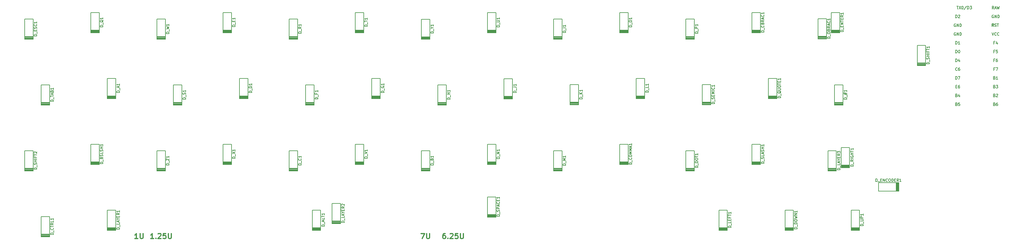
<source format=gto>
G04 #@! TF.GenerationSoftware,KiCad,Pcbnew,(5.1.10)-1*
G04 #@! TF.CreationDate,2022-03-21T16:41:14+02:00*
G04 #@! TF.ProjectId,Verdantrev01,56657264-616e-4747-9265-7630312e6b69,rev?*
G04 #@! TF.SameCoordinates,Original*
G04 #@! TF.FileFunction,Legend,Top*
G04 #@! TF.FilePolarity,Positive*
%FSLAX46Y46*%
G04 Gerber Fmt 4.6, Leading zero omitted, Abs format (unit mm)*
G04 Created by KiCad (PCBNEW (5.1.10)-1) date 2022-03-21 16:41:14*
%MOMM*%
%LPD*%
G01*
G04 APERTURE LIST*
%ADD10C,0.300000*%
%ADD11C,0.150000*%
%ADD12C,0.200000*%
%ADD13O,1.600000X2.000000*%
%ADD14C,2.000000*%
%ADD15O,2.000000X3.400000*%
%ADD16R,2.000000X2.000000*%
%ADD17R,1.752600X1.752600*%
%ADD18C,1.752600*%
%ADD19C,3.987800*%
%ADD20C,1.750000*%
%ADD21C,3.048000*%
%ADD22R,1.200000X1.200000*%
%ADD23R,1.600000X1.600000*%
%ADD24C,1.600000*%
%ADD25C,4.400000*%
G04 APERTURE END LIST*
D10*
X148526785Y-80141071D02*
X148241071Y-80141071D01*
X148098214Y-80212500D01*
X148026785Y-80283928D01*
X147883928Y-80498214D01*
X147812500Y-80783928D01*
X147812500Y-81355357D01*
X147883928Y-81498214D01*
X147955357Y-81569642D01*
X148098214Y-81641071D01*
X148383928Y-81641071D01*
X148526785Y-81569642D01*
X148598214Y-81498214D01*
X148669642Y-81355357D01*
X148669642Y-80998214D01*
X148598214Y-80855357D01*
X148526785Y-80783928D01*
X148383928Y-80712500D01*
X148098214Y-80712500D01*
X147955357Y-80783928D01*
X147883928Y-80855357D01*
X147812500Y-80998214D01*
X149312500Y-81498214D02*
X149383928Y-81569642D01*
X149312500Y-81641071D01*
X149241071Y-81569642D01*
X149312500Y-81498214D01*
X149312500Y-81641071D01*
X149955357Y-80283928D02*
X150026785Y-80212500D01*
X150169642Y-80141071D01*
X150526785Y-80141071D01*
X150669642Y-80212500D01*
X150741071Y-80283928D01*
X150812500Y-80426785D01*
X150812500Y-80569642D01*
X150741071Y-80783928D01*
X149883928Y-81641071D01*
X150812500Y-81641071D01*
X152169642Y-80141071D02*
X151455357Y-80141071D01*
X151383928Y-80855357D01*
X151455357Y-80783928D01*
X151598214Y-80712500D01*
X151955357Y-80712500D01*
X152098214Y-80783928D01*
X152169642Y-80855357D01*
X152241071Y-80998214D01*
X152241071Y-81355357D01*
X152169642Y-81498214D01*
X152098214Y-81569642D01*
X151955357Y-81641071D01*
X151598214Y-81641071D01*
X151455357Y-81569642D01*
X151383928Y-81498214D01*
X152883928Y-80141071D02*
X152883928Y-81355357D01*
X152955357Y-81498214D01*
X153026785Y-81569642D01*
X153169642Y-81641071D01*
X153455357Y-81641071D01*
X153598214Y-81569642D01*
X153669642Y-81498214D01*
X153741071Y-81355357D01*
X153741071Y-80141071D01*
X141589285Y-80141071D02*
X142589285Y-80141071D01*
X141946428Y-81641071D01*
X143160714Y-80141071D02*
X143160714Y-81355357D01*
X143232142Y-81498214D01*
X143303571Y-81569642D01*
X143446428Y-81641071D01*
X143732142Y-81641071D01*
X143875000Y-81569642D01*
X143946428Y-81498214D01*
X144017857Y-81355357D01*
X144017857Y-80141071D01*
X64532142Y-81641071D02*
X63675000Y-81641071D01*
X64103571Y-81641071D02*
X64103571Y-80141071D01*
X63960714Y-80355357D01*
X63817857Y-80498214D01*
X63675000Y-80569642D01*
X65175000Y-81498214D02*
X65246428Y-81569642D01*
X65175000Y-81641071D01*
X65103571Y-81569642D01*
X65175000Y-81498214D01*
X65175000Y-81641071D01*
X65817857Y-80283928D02*
X65889285Y-80212500D01*
X66032142Y-80141071D01*
X66389285Y-80141071D01*
X66532142Y-80212500D01*
X66603571Y-80283928D01*
X66675000Y-80426785D01*
X66675000Y-80569642D01*
X66603571Y-80783928D01*
X65746428Y-81641071D01*
X66675000Y-81641071D01*
X68032142Y-80141071D02*
X67317857Y-80141071D01*
X67246428Y-80855357D01*
X67317857Y-80783928D01*
X67460714Y-80712500D01*
X67817857Y-80712500D01*
X67960714Y-80783928D01*
X68032142Y-80855357D01*
X68103571Y-80998214D01*
X68103571Y-81355357D01*
X68032142Y-81498214D01*
X67960714Y-81569642D01*
X67817857Y-81641071D01*
X67460714Y-81641071D01*
X67317857Y-81569642D01*
X67246428Y-81498214D01*
X68746428Y-80141071D02*
X68746428Y-81355357D01*
X68817857Y-81498214D01*
X68889285Y-81569642D01*
X69032142Y-81641071D01*
X69317857Y-81641071D01*
X69460714Y-81569642D01*
X69532142Y-81498214D01*
X69603571Y-81355357D01*
X69603571Y-80141071D01*
X59967857Y-81641071D02*
X59110714Y-81641071D01*
X59539285Y-81641071D02*
X59539285Y-80141071D01*
X59396428Y-80355357D01*
X59253571Y-80498214D01*
X59110714Y-80569642D01*
X60610714Y-80141071D02*
X60610714Y-81355357D01*
X60682142Y-81498214D01*
X60753571Y-81569642D01*
X60896428Y-81641071D01*
X61182142Y-81641071D01*
X61325000Y-81569642D01*
X61396428Y-81498214D01*
X61467857Y-81355357D01*
X61467857Y-80141071D01*
D11*
G36*
X306606565Y-20069356D02*
G01*
X306606565Y-20269356D01*
X306506565Y-20269356D01*
X306506565Y-20069356D01*
X306606565Y-20069356D01*
G37*
X306606565Y-20069356D02*
X306606565Y-20269356D01*
X306506565Y-20269356D01*
X306506565Y-20069356D01*
X306606565Y-20069356D01*
G36*
X306206565Y-19469356D02*
G01*
X306206565Y-20269356D01*
X306106565Y-20269356D01*
X306106565Y-19469356D01*
X306206565Y-19469356D01*
G37*
X306206565Y-19469356D02*
X306206565Y-20269356D01*
X306106565Y-20269356D01*
X306106565Y-19469356D01*
X306206565Y-19469356D01*
G36*
X306606565Y-19469356D02*
G01*
X306606565Y-19569356D01*
X306106565Y-19569356D01*
X306106565Y-19469356D01*
X306606565Y-19469356D01*
G37*
X306606565Y-19469356D02*
X306606565Y-19569356D01*
X306106565Y-19569356D01*
X306106565Y-19469356D01*
X306606565Y-19469356D01*
G36*
X306406565Y-19869356D02*
G01*
X306406565Y-19969356D01*
X306306565Y-19969356D01*
X306306565Y-19869356D01*
X306406565Y-19869356D01*
G37*
X306406565Y-19869356D02*
X306406565Y-19969356D01*
X306306565Y-19969356D01*
X306306565Y-19869356D01*
X306406565Y-19869356D01*
G36*
X306606565Y-19469356D02*
G01*
X306606565Y-19769356D01*
X306506565Y-19769356D01*
X306506565Y-19469356D01*
X306606565Y-19469356D01*
G37*
X306606565Y-19469356D02*
X306606565Y-19769356D01*
X306506565Y-19769356D01*
X306506565Y-19469356D01*
X306606565Y-19469356D01*
D12*
X263137500Y-37205000D02*
X263137500Y-43005000D01*
X260737500Y-37205000D02*
X263137500Y-37205000D01*
X260737500Y-43005000D02*
X260737500Y-37205000D01*
X260737500Y-42930000D02*
X263137500Y-42930000D01*
X260737500Y-42805000D02*
X263137500Y-42805000D01*
X263137500Y-43030000D02*
X260737500Y-43030000D01*
X260737500Y-42630000D02*
X263137500Y-42630000D01*
X260737500Y-42455000D02*
X263137500Y-42455000D01*
X260737500Y-42280000D02*
X263137500Y-42280000D01*
X51187500Y-40375000D02*
X53587500Y-40375000D01*
X51187500Y-40550000D02*
X53587500Y-40550000D01*
X51187500Y-40725000D02*
X53587500Y-40725000D01*
X53587500Y-41125000D02*
X51187500Y-41125000D01*
X51187500Y-40900000D02*
X53587500Y-40900000D01*
X51187500Y-41025000D02*
X53587500Y-41025000D01*
X51187500Y-41100000D02*
X51187500Y-35300000D01*
X51187500Y-35300000D02*
X53587500Y-35300000D01*
X53587500Y-35300000D02*
X53587500Y-41100000D01*
X110242500Y-78475000D02*
X112642500Y-78475000D01*
X110242500Y-78650000D02*
X112642500Y-78650000D01*
X110242500Y-78825000D02*
X112642500Y-78825000D01*
X112642500Y-79225000D02*
X110242500Y-79225000D01*
X110242500Y-79000000D02*
X112642500Y-79000000D01*
X110242500Y-79125000D02*
X112642500Y-79125000D01*
X110242500Y-79200000D02*
X110242500Y-73400000D01*
X110242500Y-73400000D02*
X112642500Y-73400000D01*
X112642500Y-73400000D02*
X112642500Y-79200000D01*
X141675000Y-61330000D02*
X144075000Y-61330000D01*
X141675000Y-61505000D02*
X144075000Y-61505000D01*
X141675000Y-61680000D02*
X144075000Y-61680000D01*
X144075000Y-62080000D02*
X141675000Y-62080000D01*
X141675000Y-61855000D02*
X144075000Y-61855000D01*
X141675000Y-61980000D02*
X144075000Y-61980000D01*
X141675000Y-62055000D02*
X141675000Y-56255000D01*
X141675000Y-56255000D02*
X144075000Y-56255000D01*
X144075000Y-56255000D02*
X144075000Y-62055000D01*
X46425000Y-59425000D02*
X48825000Y-59425000D01*
X46425000Y-59600000D02*
X48825000Y-59600000D01*
X46425000Y-59775000D02*
X48825000Y-59775000D01*
X48825000Y-60175000D02*
X46425000Y-60175000D01*
X46425000Y-59950000D02*
X48825000Y-59950000D01*
X46425000Y-60075000D02*
X48825000Y-60075000D01*
X46425000Y-60150000D02*
X46425000Y-54350000D01*
X46425000Y-54350000D02*
X48825000Y-54350000D01*
X48825000Y-54350000D02*
X48825000Y-60150000D01*
X227400000Y-78475000D02*
X229800000Y-78475000D01*
X227400000Y-78650000D02*
X229800000Y-78650000D01*
X227400000Y-78825000D02*
X229800000Y-78825000D01*
X229800000Y-79225000D02*
X227400000Y-79225000D01*
X227400000Y-79000000D02*
X229800000Y-79000000D01*
X227400000Y-79125000D02*
X229800000Y-79125000D01*
X227400000Y-79200000D02*
X227400000Y-73400000D01*
X227400000Y-73400000D02*
X229800000Y-73400000D01*
X229800000Y-73400000D02*
X229800000Y-79200000D01*
X105975000Y-56255000D02*
X105975000Y-62055000D01*
X103575000Y-56255000D02*
X105975000Y-56255000D01*
X103575000Y-62055000D02*
X103575000Y-56255000D01*
X103575000Y-61980000D02*
X105975000Y-61980000D01*
X103575000Y-61855000D02*
X105975000Y-61855000D01*
X105975000Y-62080000D02*
X103575000Y-62080000D01*
X103575000Y-61680000D02*
X105975000Y-61680000D01*
X103575000Y-61505000D02*
X105975000Y-61505000D01*
X103575000Y-61330000D02*
X105975000Y-61330000D01*
X236925000Y-21325000D02*
X239325000Y-21325000D01*
X236925000Y-21500000D02*
X239325000Y-21500000D01*
X236925000Y-21675000D02*
X239325000Y-21675000D01*
X239325000Y-22075000D02*
X236925000Y-22075000D01*
X236925000Y-21850000D02*
X239325000Y-21850000D01*
X236925000Y-21975000D02*
X239325000Y-21975000D01*
X236925000Y-22050000D02*
X236925000Y-16250000D01*
X236925000Y-16250000D02*
X239325000Y-16250000D01*
X239325000Y-16250000D02*
X239325000Y-22050000D01*
X201225000Y-54350000D02*
X201225000Y-60150000D01*
X198825000Y-54350000D02*
X201225000Y-54350000D01*
X198825000Y-60150000D02*
X198825000Y-54350000D01*
X198825000Y-60075000D02*
X201225000Y-60075000D01*
X198825000Y-59950000D02*
X201225000Y-59950000D01*
X201225000Y-60175000D02*
X198825000Y-60175000D01*
X198825000Y-59775000D02*
X201225000Y-59775000D01*
X198825000Y-59600000D02*
X201225000Y-59600000D01*
X198825000Y-59425000D02*
X201225000Y-59425000D01*
X32137500Y-80380000D02*
X34537500Y-80380000D01*
X32137500Y-80555000D02*
X34537500Y-80555000D01*
X32137500Y-80730000D02*
X34537500Y-80730000D01*
X34537500Y-81130000D02*
X32137500Y-81130000D01*
X32137500Y-80905000D02*
X34537500Y-80905000D01*
X32137500Y-81030000D02*
X34537500Y-81030000D01*
X32137500Y-81105000D02*
X32137500Y-75305000D01*
X32137500Y-75305000D02*
X34537500Y-75305000D01*
X34537500Y-75305000D02*
X34537500Y-81105000D01*
X89287500Y-40375000D02*
X91687500Y-40375000D01*
X89287500Y-40550000D02*
X91687500Y-40550000D01*
X89287500Y-40725000D02*
X91687500Y-40725000D01*
X91687500Y-41125000D02*
X89287500Y-41125000D01*
X89287500Y-40900000D02*
X91687500Y-40900000D01*
X89287500Y-41025000D02*
X91687500Y-41025000D01*
X89287500Y-41100000D02*
X89287500Y-35300000D01*
X89287500Y-35300000D02*
X91687500Y-35300000D01*
X91687500Y-35300000D02*
X91687500Y-41100000D01*
X217875000Y-61330000D02*
X220275000Y-61330000D01*
X217875000Y-61505000D02*
X220275000Y-61505000D01*
X217875000Y-61680000D02*
X220275000Y-61680000D01*
X220275000Y-62080000D02*
X217875000Y-62080000D01*
X217875000Y-61855000D02*
X220275000Y-61855000D01*
X217875000Y-61980000D02*
X220275000Y-61980000D01*
X217875000Y-62055000D02*
X217875000Y-56255000D01*
X217875000Y-56255000D02*
X220275000Y-56255000D01*
X220275000Y-56255000D02*
X220275000Y-62055000D01*
X246450000Y-78475000D02*
X248850000Y-78475000D01*
X246450000Y-78650000D02*
X248850000Y-78650000D01*
X246450000Y-78825000D02*
X248850000Y-78825000D01*
X248850000Y-79225000D02*
X246450000Y-79225000D01*
X246450000Y-79000000D02*
X248850000Y-79000000D01*
X246450000Y-79125000D02*
X248850000Y-79125000D01*
X246450000Y-79200000D02*
X246450000Y-73400000D01*
X246450000Y-73400000D02*
X248850000Y-73400000D01*
X248850000Y-73400000D02*
X248850000Y-79200000D01*
X86925000Y-16250000D02*
X86925000Y-22050000D01*
X84525000Y-16250000D02*
X86925000Y-16250000D01*
X84525000Y-22050000D02*
X84525000Y-16250000D01*
X84525000Y-21975000D02*
X86925000Y-21975000D01*
X84525000Y-21850000D02*
X86925000Y-21850000D01*
X86925000Y-22075000D02*
X84525000Y-22075000D01*
X84525000Y-21675000D02*
X86925000Y-21675000D01*
X84525000Y-21500000D02*
X86925000Y-21500000D01*
X84525000Y-21325000D02*
X86925000Y-21325000D01*
X259785000Y-21325000D02*
X262185000Y-21325000D01*
X259785000Y-21500000D02*
X262185000Y-21500000D01*
X259785000Y-21675000D02*
X262185000Y-21675000D01*
X262185000Y-22075000D02*
X259785000Y-22075000D01*
X259785000Y-21850000D02*
X262185000Y-21850000D01*
X259785000Y-21975000D02*
X262185000Y-21975000D01*
X259785000Y-22050000D02*
X259785000Y-16250000D01*
X259785000Y-16250000D02*
X262185000Y-16250000D01*
X262185000Y-16250000D02*
X262185000Y-22050000D01*
X27375000Y-23230000D02*
X29775000Y-23230000D01*
X27375000Y-23405000D02*
X29775000Y-23405000D01*
X27375000Y-23580000D02*
X29775000Y-23580000D01*
X29775000Y-23980000D02*
X27375000Y-23980000D01*
X27375000Y-23755000D02*
X29775000Y-23755000D01*
X27375000Y-23880000D02*
X29775000Y-23880000D01*
X27375000Y-23955000D02*
X27375000Y-18155000D01*
X27375000Y-18155000D02*
X29775000Y-18155000D01*
X29775000Y-18155000D02*
X29775000Y-23955000D01*
X110737500Y-37205000D02*
X110737500Y-43005000D01*
X108337500Y-37205000D02*
X110737500Y-37205000D01*
X108337500Y-43005000D02*
X108337500Y-37205000D01*
X108337500Y-42930000D02*
X110737500Y-42930000D01*
X108337500Y-42805000D02*
X110737500Y-42805000D01*
X110737500Y-43030000D02*
X108337500Y-43030000D01*
X108337500Y-42630000D02*
X110737500Y-42630000D01*
X108337500Y-42455000D02*
X110737500Y-42455000D01*
X108337500Y-42280000D02*
X110737500Y-42280000D01*
X127387500Y-40375000D02*
X129787500Y-40375000D01*
X127387500Y-40550000D02*
X129787500Y-40550000D01*
X127387500Y-40725000D02*
X129787500Y-40725000D01*
X129787500Y-41125000D02*
X127387500Y-41125000D01*
X127387500Y-40900000D02*
X129787500Y-40900000D01*
X127387500Y-41025000D02*
X129787500Y-41025000D01*
X127387500Y-41100000D02*
X127387500Y-35300000D01*
X127387500Y-35300000D02*
X129787500Y-35300000D01*
X129787500Y-35300000D02*
X129787500Y-41100000D01*
X148837500Y-37205000D02*
X148837500Y-43005000D01*
X146437500Y-37205000D02*
X148837500Y-37205000D01*
X146437500Y-43005000D02*
X146437500Y-37205000D01*
X146437500Y-42930000D02*
X148837500Y-42930000D01*
X146437500Y-42805000D02*
X148837500Y-42805000D01*
X148837500Y-43030000D02*
X146437500Y-43030000D01*
X146437500Y-42630000D02*
X148837500Y-42630000D01*
X146437500Y-42455000D02*
X148837500Y-42455000D01*
X146437500Y-42280000D02*
X148837500Y-42280000D01*
X179775000Y-23230000D02*
X182175000Y-23230000D01*
X179775000Y-23405000D02*
X182175000Y-23405000D01*
X179775000Y-23580000D02*
X182175000Y-23580000D01*
X182175000Y-23980000D02*
X179775000Y-23980000D01*
X179775000Y-23755000D02*
X182175000Y-23755000D01*
X179775000Y-23880000D02*
X182175000Y-23880000D01*
X179775000Y-23955000D02*
X179775000Y-18155000D01*
X179775000Y-18155000D02*
X182175000Y-18155000D01*
X182175000Y-18155000D02*
X182175000Y-23955000D01*
X165487500Y-40443750D02*
X167887500Y-40443750D01*
X165487500Y-40618750D02*
X167887500Y-40618750D01*
X165487500Y-40793750D02*
X167887500Y-40793750D01*
X167887500Y-41193750D02*
X165487500Y-41193750D01*
X165487500Y-40968750D02*
X167887500Y-40968750D01*
X165487500Y-41093750D02*
X167887500Y-41093750D01*
X165487500Y-41168750D02*
X165487500Y-35368750D01*
X165487500Y-35368750D02*
X167887500Y-35368750D01*
X167887500Y-35368750D02*
X167887500Y-41168750D01*
X186937500Y-37115000D02*
X186937500Y-42915000D01*
X184537500Y-37115000D02*
X186937500Y-37115000D01*
X184537500Y-42915000D02*
X184537500Y-37115000D01*
X184537500Y-42840000D02*
X186937500Y-42840000D01*
X184537500Y-42715000D02*
X186937500Y-42715000D01*
X186937500Y-42940000D02*
X184537500Y-42940000D01*
X184537500Y-42540000D02*
X186937500Y-42540000D01*
X184537500Y-42365000D02*
X186937500Y-42365000D01*
X184537500Y-42190000D02*
X186937500Y-42190000D01*
X203587500Y-40375000D02*
X205987500Y-40375000D01*
X203587500Y-40550000D02*
X205987500Y-40550000D01*
X203587500Y-40725000D02*
X205987500Y-40725000D01*
X205987500Y-41125000D02*
X203587500Y-41125000D01*
X203587500Y-40900000D02*
X205987500Y-40900000D01*
X203587500Y-41025000D02*
X205987500Y-41025000D01*
X203587500Y-41100000D02*
X203587500Y-35300000D01*
X203587500Y-35300000D02*
X205987500Y-35300000D01*
X205987500Y-35300000D02*
X205987500Y-41100000D01*
X53587500Y-73400000D02*
X53587500Y-79200000D01*
X51187500Y-73400000D02*
X53587500Y-73400000D01*
X51187500Y-79200000D02*
X51187500Y-73400000D01*
X51187500Y-79125000D02*
X53587500Y-79125000D01*
X51187500Y-79000000D02*
X53587500Y-79000000D01*
X53587500Y-79225000D02*
X51187500Y-79225000D01*
X51187500Y-78825000D02*
X53587500Y-78825000D01*
X51187500Y-78650000D02*
X53587500Y-78650000D01*
X51187500Y-78475000D02*
X53587500Y-78475000D01*
X258832500Y-61330000D02*
X261232500Y-61330000D01*
X258832500Y-61505000D02*
X261232500Y-61505000D01*
X258832500Y-61680000D02*
X261232500Y-61680000D01*
X261232500Y-62080000D02*
X258832500Y-62080000D01*
X258832500Y-61855000D02*
X261232500Y-61855000D01*
X258832500Y-61980000D02*
X261232500Y-61980000D01*
X258832500Y-62055000D02*
X258832500Y-56255000D01*
X258832500Y-56255000D02*
X261232500Y-56255000D01*
X261232500Y-56255000D02*
X261232500Y-62055000D01*
X179775000Y-61330000D02*
X182175000Y-61330000D01*
X179775000Y-61505000D02*
X182175000Y-61505000D01*
X179775000Y-61680000D02*
X182175000Y-61680000D01*
X182175000Y-62080000D02*
X179775000Y-62080000D01*
X179775000Y-61855000D02*
X182175000Y-61855000D01*
X179775000Y-61980000D02*
X182175000Y-61980000D01*
X179775000Y-62055000D02*
X179775000Y-56255000D01*
X179775000Y-56255000D02*
X182175000Y-56255000D01*
X182175000Y-56255000D02*
X182175000Y-62055000D01*
X163125000Y-54350000D02*
X163125000Y-60150000D01*
X160725000Y-54350000D02*
X163125000Y-54350000D01*
X160725000Y-60150000D02*
X160725000Y-54350000D01*
X160725000Y-60075000D02*
X163125000Y-60075000D01*
X160725000Y-59950000D02*
X163125000Y-59950000D01*
X163125000Y-60175000D02*
X160725000Y-60175000D01*
X160725000Y-59775000D02*
X163125000Y-59775000D01*
X160725000Y-59600000D02*
X163125000Y-59600000D01*
X160725000Y-59425000D02*
X163125000Y-59425000D01*
X198825000Y-21325000D02*
X201225000Y-21325000D01*
X198825000Y-21500000D02*
X201225000Y-21500000D01*
X198825000Y-21675000D02*
X201225000Y-21675000D01*
X201225000Y-22075000D02*
X198825000Y-22075000D01*
X198825000Y-21850000D02*
X201225000Y-21850000D01*
X198825000Y-21975000D02*
X201225000Y-21975000D01*
X198825000Y-22050000D02*
X198825000Y-16250000D01*
X198825000Y-16250000D02*
X201225000Y-16250000D01*
X201225000Y-16250000D02*
X201225000Y-22050000D01*
X255975000Y-23140000D02*
X258375000Y-23140000D01*
X255975000Y-23315000D02*
X258375000Y-23315000D01*
X255975000Y-23490000D02*
X258375000Y-23490000D01*
X258375000Y-23890000D02*
X255975000Y-23890000D01*
X255975000Y-23665000D02*
X258375000Y-23665000D01*
X255975000Y-23790000D02*
X258375000Y-23790000D01*
X255975000Y-23865000D02*
X255975000Y-18065000D01*
X255975000Y-18065000D02*
X258375000Y-18065000D01*
X258375000Y-18065000D02*
X258375000Y-23865000D01*
X217875000Y-23230000D02*
X220275000Y-23230000D01*
X217875000Y-23405000D02*
X220275000Y-23405000D01*
X217875000Y-23580000D02*
X220275000Y-23580000D01*
X220275000Y-23980000D02*
X217875000Y-23980000D01*
X217875000Y-23755000D02*
X220275000Y-23755000D01*
X217875000Y-23880000D02*
X220275000Y-23880000D01*
X217875000Y-23955000D02*
X217875000Y-18155000D01*
X217875000Y-18155000D02*
X220275000Y-18155000D01*
X220275000Y-18155000D02*
X220275000Y-23955000D01*
X48825000Y-16250000D02*
X48825000Y-22050000D01*
X46425000Y-16250000D02*
X48825000Y-16250000D01*
X46425000Y-22050000D02*
X46425000Y-16250000D01*
X46425000Y-21975000D02*
X48825000Y-21975000D01*
X46425000Y-21850000D02*
X48825000Y-21850000D01*
X48825000Y-22075000D02*
X46425000Y-22075000D01*
X46425000Y-21675000D02*
X48825000Y-21675000D01*
X46425000Y-21500000D02*
X48825000Y-21500000D01*
X46425000Y-21325000D02*
X48825000Y-21325000D01*
X244087500Y-35300000D02*
X244087500Y-41100000D01*
X241687500Y-35300000D02*
X244087500Y-35300000D01*
X241687500Y-41100000D02*
X241687500Y-35300000D01*
X241687500Y-41025000D02*
X244087500Y-41025000D01*
X241687500Y-40900000D02*
X244087500Y-40900000D01*
X244087500Y-41125000D02*
X241687500Y-41125000D01*
X241687500Y-40725000D02*
X244087500Y-40725000D01*
X241687500Y-40550000D02*
X244087500Y-40550000D01*
X241687500Y-40375000D02*
X244087500Y-40375000D01*
X105975000Y-18155000D02*
X105975000Y-23955000D01*
X103575000Y-18155000D02*
X105975000Y-18155000D01*
X103575000Y-23955000D02*
X103575000Y-18155000D01*
X103575000Y-23880000D02*
X105975000Y-23880000D01*
X103575000Y-23755000D02*
X105975000Y-23755000D01*
X105975000Y-23980000D02*
X103575000Y-23980000D01*
X103575000Y-23580000D02*
X105975000Y-23580000D01*
X103575000Y-23405000D02*
X105975000Y-23405000D01*
X103575000Y-23230000D02*
X105975000Y-23230000D01*
X265042500Y-55302500D02*
X265042500Y-61102500D01*
X262642500Y-55302500D02*
X265042500Y-55302500D01*
X262642500Y-61102500D02*
X262642500Y-55302500D01*
X262642500Y-61027500D02*
X265042500Y-61027500D01*
X262642500Y-60902500D02*
X265042500Y-60902500D01*
X265042500Y-61127500D02*
X262642500Y-61127500D01*
X262642500Y-60727500D02*
X265042500Y-60727500D01*
X262642500Y-60552500D02*
X265042500Y-60552500D01*
X262642500Y-60377500D02*
X265042500Y-60377500D01*
X72637500Y-37205000D02*
X72637500Y-43005000D01*
X70237500Y-37205000D02*
X72637500Y-37205000D01*
X70237500Y-43005000D02*
X70237500Y-37205000D01*
X70237500Y-42930000D02*
X72637500Y-42930000D01*
X70237500Y-42805000D02*
X72637500Y-42805000D01*
X72637500Y-43030000D02*
X70237500Y-43030000D01*
X70237500Y-42630000D02*
X72637500Y-42630000D01*
X70237500Y-42455000D02*
X72637500Y-42455000D01*
X70237500Y-42280000D02*
X72637500Y-42280000D01*
X225037500Y-37115000D02*
X225037500Y-42915000D01*
X222637500Y-37115000D02*
X225037500Y-37115000D01*
X222637500Y-42915000D02*
X222637500Y-37115000D01*
X222637500Y-42840000D02*
X225037500Y-42840000D01*
X222637500Y-42715000D02*
X225037500Y-42715000D01*
X225037500Y-42940000D02*
X222637500Y-42940000D01*
X222637500Y-42540000D02*
X225037500Y-42540000D01*
X222637500Y-42365000D02*
X225037500Y-42365000D01*
X222637500Y-42190000D02*
X225037500Y-42190000D01*
X286950000Y-25775000D02*
X286950000Y-31575000D01*
X284550000Y-25775000D02*
X286950000Y-25775000D01*
X284550000Y-31575000D02*
X284550000Y-25775000D01*
X284550000Y-31500000D02*
X286950000Y-31500000D01*
X284550000Y-31375000D02*
X286950000Y-31375000D01*
X286950000Y-31600000D02*
X284550000Y-31600000D01*
X284550000Y-31200000D02*
X286950000Y-31200000D01*
X284550000Y-31025000D02*
X286950000Y-31025000D01*
X284550000Y-30850000D02*
X286950000Y-30850000D01*
X29775000Y-56255000D02*
X29775000Y-62055000D01*
X27375000Y-56255000D02*
X29775000Y-56255000D01*
X27375000Y-62055000D02*
X27375000Y-56255000D01*
X27375000Y-61980000D02*
X29775000Y-61980000D01*
X27375000Y-61855000D02*
X29775000Y-61855000D01*
X29775000Y-62080000D02*
X27375000Y-62080000D01*
X27375000Y-61680000D02*
X29775000Y-61680000D01*
X27375000Y-61505000D02*
X29775000Y-61505000D01*
X27375000Y-61330000D02*
X29775000Y-61330000D01*
X239325000Y-54350000D02*
X239325000Y-60150000D01*
X236925000Y-54350000D02*
X239325000Y-54350000D01*
X236925000Y-60150000D02*
X236925000Y-54350000D01*
X236925000Y-60075000D02*
X239325000Y-60075000D01*
X236925000Y-59950000D02*
X239325000Y-59950000D01*
X239325000Y-60175000D02*
X236925000Y-60175000D01*
X236925000Y-59775000D02*
X239325000Y-59775000D01*
X236925000Y-59600000D02*
X239325000Y-59600000D01*
X236925000Y-59425000D02*
X239325000Y-59425000D01*
X163125000Y-69590000D02*
X163125000Y-75390000D01*
X160725000Y-69590000D02*
X163125000Y-69590000D01*
X160725000Y-75390000D02*
X160725000Y-69590000D01*
X160725000Y-75315000D02*
X163125000Y-75315000D01*
X160725000Y-75190000D02*
X163125000Y-75190000D01*
X163125000Y-75415000D02*
X160725000Y-75415000D01*
X160725000Y-75015000D02*
X163125000Y-75015000D01*
X160725000Y-74840000D02*
X163125000Y-74840000D01*
X160725000Y-74665000D02*
X163125000Y-74665000D01*
X125025000Y-16250000D02*
X125025000Y-22050000D01*
X122625000Y-16250000D02*
X125025000Y-16250000D01*
X122625000Y-22050000D02*
X122625000Y-16250000D01*
X122625000Y-21975000D02*
X125025000Y-21975000D01*
X122625000Y-21850000D02*
X125025000Y-21850000D01*
X125025000Y-22075000D02*
X122625000Y-22075000D01*
X122625000Y-21675000D02*
X125025000Y-21675000D01*
X122625000Y-21500000D02*
X125025000Y-21500000D01*
X122625000Y-21325000D02*
X125025000Y-21325000D01*
X32137500Y-42280000D02*
X34537500Y-42280000D01*
X32137500Y-42455000D02*
X34537500Y-42455000D01*
X32137500Y-42630000D02*
X34537500Y-42630000D01*
X34537500Y-43030000D02*
X32137500Y-43030000D01*
X32137500Y-42805000D02*
X34537500Y-42805000D01*
X32137500Y-42930000D02*
X34537500Y-42930000D01*
X32137500Y-43005000D02*
X32137500Y-37205000D01*
X32137500Y-37205000D02*
X34537500Y-37205000D01*
X34537500Y-37205000D02*
X34537500Y-43005000D01*
X163125000Y-16250000D02*
X163125000Y-22050000D01*
X160725000Y-16250000D02*
X163125000Y-16250000D01*
X160725000Y-22050000D02*
X160725000Y-16250000D01*
X160725000Y-21975000D02*
X163125000Y-21975000D01*
X160725000Y-21850000D02*
X163125000Y-21850000D01*
X163125000Y-22075000D02*
X160725000Y-22075000D01*
X160725000Y-21675000D02*
X163125000Y-21675000D01*
X160725000Y-21500000D02*
X163125000Y-21500000D01*
X160725000Y-21325000D02*
X163125000Y-21325000D01*
X267900000Y-73400000D02*
X267900000Y-79200000D01*
X265500000Y-73400000D02*
X267900000Y-73400000D01*
X265500000Y-79200000D02*
X265500000Y-73400000D01*
X265500000Y-79125000D02*
X267900000Y-79125000D01*
X265500000Y-79000000D02*
X267900000Y-79000000D01*
X267900000Y-79225000D02*
X265500000Y-79225000D01*
X265500000Y-78825000D02*
X267900000Y-78825000D01*
X265500000Y-78650000D02*
X267900000Y-78650000D01*
X265500000Y-78475000D02*
X267900000Y-78475000D01*
X122625000Y-59425000D02*
X125025000Y-59425000D01*
X122625000Y-59600000D02*
X125025000Y-59600000D01*
X122625000Y-59775000D02*
X125025000Y-59775000D01*
X125025000Y-60175000D02*
X122625000Y-60175000D01*
X122625000Y-59950000D02*
X125025000Y-59950000D01*
X122625000Y-60075000D02*
X125025000Y-60075000D01*
X122625000Y-60150000D02*
X122625000Y-54350000D01*
X122625000Y-54350000D02*
X125025000Y-54350000D01*
X125025000Y-54350000D02*
X125025000Y-60150000D01*
X67875000Y-18155000D02*
X67875000Y-23955000D01*
X65475000Y-18155000D02*
X67875000Y-18155000D01*
X65475000Y-23955000D02*
X65475000Y-18155000D01*
X65475000Y-23880000D02*
X67875000Y-23880000D01*
X65475000Y-23755000D02*
X67875000Y-23755000D01*
X67875000Y-23980000D02*
X65475000Y-23980000D01*
X65475000Y-23580000D02*
X67875000Y-23580000D01*
X65475000Y-23405000D02*
X67875000Y-23405000D01*
X65475000Y-23230000D02*
X67875000Y-23230000D01*
X84525000Y-59425000D02*
X86925000Y-59425000D01*
X84525000Y-59600000D02*
X86925000Y-59600000D01*
X84525000Y-59775000D02*
X86925000Y-59775000D01*
X86925000Y-60175000D02*
X84525000Y-60175000D01*
X84525000Y-59950000D02*
X86925000Y-59950000D01*
X84525000Y-60075000D02*
X86925000Y-60075000D01*
X84525000Y-60150000D02*
X84525000Y-54350000D01*
X84525000Y-54350000D02*
X86925000Y-54350000D01*
X86925000Y-54350000D02*
X86925000Y-60150000D01*
X144075000Y-18167500D02*
X144075000Y-23967500D01*
X141675000Y-18167500D02*
X144075000Y-18167500D01*
X141675000Y-23967500D02*
X141675000Y-18167500D01*
X141675000Y-23892500D02*
X144075000Y-23892500D01*
X141675000Y-23767500D02*
X144075000Y-23767500D01*
X144075000Y-23992500D02*
X141675000Y-23992500D01*
X141675000Y-23592500D02*
X144075000Y-23592500D01*
X141675000Y-23417500D02*
X144075000Y-23417500D01*
X141675000Y-23242500D02*
X144075000Y-23242500D01*
X67875000Y-56255000D02*
X67875000Y-62055000D01*
X65475000Y-56255000D02*
X67875000Y-56255000D01*
X65475000Y-62055000D02*
X65475000Y-56255000D01*
X65475000Y-61980000D02*
X67875000Y-61980000D01*
X65475000Y-61855000D02*
X67875000Y-61855000D01*
X67875000Y-62080000D02*
X65475000Y-62080000D01*
X65475000Y-61680000D02*
X67875000Y-61680000D01*
X65475000Y-61505000D02*
X67875000Y-61505000D01*
X65475000Y-61330000D02*
X67875000Y-61330000D01*
X273425000Y-65475000D02*
X279225000Y-65475000D01*
X273425000Y-67875000D02*
X273425000Y-65475000D01*
X279225000Y-67875000D02*
X273425000Y-67875000D01*
X279150000Y-67875000D02*
X279150000Y-65475000D01*
X279025000Y-67875000D02*
X279025000Y-65475000D01*
X279250000Y-65475000D02*
X279250000Y-67875000D01*
X278850000Y-67875000D02*
X278850000Y-65475000D01*
X278675000Y-67875000D02*
X278675000Y-65475000D01*
X278500000Y-67875000D02*
X278500000Y-65475000D01*
X115957500Y-76570000D02*
X118357500Y-76570000D01*
X115957500Y-76745000D02*
X118357500Y-76745000D01*
X115957500Y-76920000D02*
X118357500Y-76920000D01*
X118357500Y-77320000D02*
X115957500Y-77320000D01*
X115957500Y-77095000D02*
X118357500Y-77095000D01*
X115957500Y-77220000D02*
X118357500Y-77220000D01*
X115957500Y-77295000D02*
X115957500Y-71495000D01*
X115957500Y-71495000D02*
X118357500Y-71495000D01*
X118357500Y-71495000D02*
X118357500Y-77295000D01*
D11*
X306812187Y-40202853D02*
X306926473Y-40240948D01*
X306964568Y-40279043D01*
X307002663Y-40355234D01*
X307002663Y-40469519D01*
X306964568Y-40545710D01*
X306926473Y-40583805D01*
X306850282Y-40621900D01*
X306545520Y-40621900D01*
X306545520Y-39821900D01*
X306812187Y-39821900D01*
X306888377Y-39859996D01*
X306926473Y-39898091D01*
X306964568Y-39974281D01*
X306964568Y-40050472D01*
X306926473Y-40126662D01*
X306888377Y-40164757D01*
X306812187Y-40202853D01*
X306545520Y-40202853D01*
X307307425Y-39898091D02*
X307345520Y-39859996D01*
X307421711Y-39821900D01*
X307612187Y-39821900D01*
X307688377Y-39859996D01*
X307726473Y-39898091D01*
X307764568Y-39974281D01*
X307764568Y-40050472D01*
X307726473Y-40164757D01*
X307269330Y-40621900D01*
X307764568Y-40621900D01*
X306869330Y-32582853D02*
X306602663Y-32582853D01*
X306602663Y-33001900D02*
X306602663Y-32201900D01*
X306983616Y-32201900D01*
X307212187Y-32201900D02*
X307745520Y-32201900D01*
X307402663Y-33001900D01*
X306869330Y-30042853D02*
X306602663Y-30042853D01*
X306602663Y-30461900D02*
X306602663Y-29661900D01*
X306983616Y-29661900D01*
X307631235Y-29661900D02*
X307478854Y-29661900D01*
X307402663Y-29699996D01*
X307364568Y-29738091D01*
X307288377Y-29852376D01*
X307250282Y-30004757D01*
X307250282Y-30309519D01*
X307288377Y-30385710D01*
X307326473Y-30423805D01*
X307402663Y-30461900D01*
X307555044Y-30461900D01*
X307631235Y-30423805D01*
X307669330Y-30385710D01*
X307707425Y-30309519D01*
X307707425Y-30119043D01*
X307669330Y-30042853D01*
X307631235Y-30004757D01*
X307555044Y-29966662D01*
X307402663Y-29966662D01*
X307326473Y-30004757D01*
X307288377Y-30042853D01*
X307250282Y-30119043D01*
X306869330Y-27502853D02*
X306602663Y-27502853D01*
X306602663Y-27921900D02*
X306602663Y-27121900D01*
X306983616Y-27121900D01*
X307669330Y-27121900D02*
X307288377Y-27121900D01*
X307250282Y-27502853D01*
X307288377Y-27464757D01*
X307364568Y-27426662D01*
X307555044Y-27426662D01*
X307631235Y-27464757D01*
X307669330Y-27502853D01*
X307707425Y-27579043D01*
X307707425Y-27769519D01*
X307669330Y-27845710D01*
X307631235Y-27883805D01*
X307555044Y-27921900D01*
X307364568Y-27921900D01*
X307288377Y-27883805D01*
X307250282Y-27845710D01*
X306583616Y-15221900D02*
X306316949Y-14840948D01*
X306126473Y-15221900D02*
X306126473Y-14421900D01*
X306431235Y-14421900D01*
X306507425Y-14459996D01*
X306545520Y-14498091D01*
X306583616Y-14574281D01*
X306583616Y-14688567D01*
X306545520Y-14764757D01*
X306507425Y-14802853D01*
X306431235Y-14840948D01*
X306126473Y-14840948D01*
X306888377Y-14993329D02*
X307269330Y-14993329D01*
X306812187Y-15221900D02*
X307078854Y-14421900D01*
X307345520Y-15221900D01*
X307535997Y-14421900D02*
X307726473Y-15221900D01*
X307878854Y-14650472D01*
X308031235Y-15221900D01*
X308221711Y-14421900D01*
X306526473Y-16999996D02*
X306450282Y-16961900D01*
X306335997Y-16961900D01*
X306221711Y-16999996D01*
X306145520Y-17076186D01*
X306107425Y-17152376D01*
X306069330Y-17304757D01*
X306069330Y-17419043D01*
X306107425Y-17571424D01*
X306145520Y-17647615D01*
X306221711Y-17723805D01*
X306335997Y-17761900D01*
X306412187Y-17761900D01*
X306526473Y-17723805D01*
X306564568Y-17685710D01*
X306564568Y-17419043D01*
X306412187Y-17419043D01*
X306907425Y-17761900D02*
X306907425Y-16961900D01*
X307364568Y-17761900D01*
X307364568Y-16961900D01*
X307745520Y-17761900D02*
X307745520Y-16961900D01*
X307935997Y-16961900D01*
X308050282Y-16999996D01*
X308126473Y-17076186D01*
X308164568Y-17152376D01*
X308202663Y-17304757D01*
X308202663Y-17419043D01*
X308164568Y-17571424D01*
X308126473Y-17647615D01*
X308050282Y-17723805D01*
X307935997Y-17761900D01*
X307745520Y-17761900D01*
X306874783Y-20233805D02*
X306989069Y-20271900D01*
X307179545Y-20271900D01*
X307255736Y-20233805D01*
X307293831Y-20195710D01*
X307331926Y-20119519D01*
X307331926Y-20043329D01*
X307293831Y-19967138D01*
X307255736Y-19929043D01*
X307179545Y-19890948D01*
X307027164Y-19852853D01*
X306950974Y-19814757D01*
X306912878Y-19776662D01*
X306874783Y-19700472D01*
X306874783Y-19624281D01*
X306912878Y-19548091D01*
X306950974Y-19509996D01*
X307027164Y-19471900D01*
X307217640Y-19471900D01*
X307331926Y-19509996D01*
X307560497Y-19471900D02*
X308017640Y-19471900D01*
X307789069Y-20271900D02*
X307789069Y-19471900D01*
X306069330Y-22041900D02*
X306335997Y-22841900D01*
X306602663Y-22041900D01*
X307326473Y-22765710D02*
X307288377Y-22803805D01*
X307174092Y-22841900D01*
X307097901Y-22841900D01*
X306983616Y-22803805D01*
X306907425Y-22727615D01*
X306869330Y-22651424D01*
X306831235Y-22499043D01*
X306831235Y-22384757D01*
X306869330Y-22232376D01*
X306907425Y-22156186D01*
X306983616Y-22079996D01*
X307097901Y-22041900D01*
X307174092Y-22041900D01*
X307288377Y-22079996D01*
X307326473Y-22118091D01*
X308126473Y-22765710D02*
X308088377Y-22803805D01*
X307974092Y-22841900D01*
X307897901Y-22841900D01*
X307783616Y-22803805D01*
X307707425Y-22727615D01*
X307669330Y-22651424D01*
X307631235Y-22499043D01*
X307631235Y-22384757D01*
X307669330Y-22232376D01*
X307707425Y-22156186D01*
X307783616Y-22079996D01*
X307897901Y-22041900D01*
X307974092Y-22041900D01*
X308088377Y-22079996D01*
X308126473Y-22118091D01*
X306869330Y-24962853D02*
X306602663Y-24962853D01*
X306602663Y-25381900D02*
X306602663Y-24581900D01*
X306983616Y-24581900D01*
X307631235Y-24848567D02*
X307631235Y-25381900D01*
X307440758Y-24543805D02*
X307250282Y-25115234D01*
X307745520Y-25115234D01*
X306812187Y-35122853D02*
X306926473Y-35160948D01*
X306964568Y-35199043D01*
X307002663Y-35275234D01*
X307002663Y-35389519D01*
X306964568Y-35465710D01*
X306926473Y-35503805D01*
X306850282Y-35541900D01*
X306545520Y-35541900D01*
X306545520Y-34741900D01*
X306812187Y-34741900D01*
X306888377Y-34779996D01*
X306926473Y-34818091D01*
X306964568Y-34894281D01*
X306964568Y-34970472D01*
X306926473Y-35046662D01*
X306888377Y-35084757D01*
X306812187Y-35122853D01*
X306545520Y-35122853D01*
X307764568Y-35541900D02*
X307307425Y-35541900D01*
X307535997Y-35541900D02*
X307535997Y-34741900D01*
X307459806Y-34856186D01*
X307383616Y-34932376D01*
X307307425Y-34970472D01*
X306812187Y-37662853D02*
X306926473Y-37700948D01*
X306964568Y-37739043D01*
X307002663Y-37815234D01*
X307002663Y-37929519D01*
X306964568Y-38005710D01*
X306926473Y-38043805D01*
X306850282Y-38081900D01*
X306545520Y-38081900D01*
X306545520Y-37281900D01*
X306812187Y-37281900D01*
X306888377Y-37319996D01*
X306926473Y-37358091D01*
X306964568Y-37434281D01*
X306964568Y-37510472D01*
X306926473Y-37586662D01*
X306888377Y-37624757D01*
X306812187Y-37662853D01*
X306545520Y-37662853D01*
X307269330Y-37281900D02*
X307764568Y-37281900D01*
X307497901Y-37586662D01*
X307612187Y-37586662D01*
X307688377Y-37624757D01*
X307726473Y-37662853D01*
X307764568Y-37739043D01*
X307764568Y-37929519D01*
X307726473Y-38005710D01*
X307688377Y-38043805D01*
X307612187Y-38081900D01*
X307383616Y-38081900D01*
X307307425Y-38043805D01*
X307269330Y-38005710D01*
X306812187Y-42742853D02*
X306926473Y-42780948D01*
X306964568Y-42819043D01*
X307002663Y-42895234D01*
X307002663Y-43009519D01*
X306964568Y-43085710D01*
X306926473Y-43123805D01*
X306850282Y-43161900D01*
X306545520Y-43161900D01*
X306545520Y-42361900D01*
X306812187Y-42361900D01*
X306888377Y-42399996D01*
X306926473Y-42438091D01*
X306964568Y-42514281D01*
X306964568Y-42590472D01*
X306926473Y-42666662D01*
X306888377Y-42704757D01*
X306812187Y-42742853D01*
X306545520Y-42742853D01*
X307688377Y-42361900D02*
X307535997Y-42361900D01*
X307459806Y-42399996D01*
X307421711Y-42438091D01*
X307345520Y-42552376D01*
X307307425Y-42704757D01*
X307307425Y-43009519D01*
X307345520Y-43085710D01*
X307383616Y-43123805D01*
X307459806Y-43161900D01*
X307612187Y-43161900D01*
X307688377Y-43123805D01*
X307726473Y-43085710D01*
X307764568Y-43009519D01*
X307764568Y-42819043D01*
X307726473Y-42742853D01*
X307688377Y-42704757D01*
X307612187Y-42666662D01*
X307459806Y-42666662D01*
X307383616Y-42704757D01*
X307345520Y-42742853D01*
X307307425Y-42819043D01*
X295890187Y-42742853D02*
X296004473Y-42780948D01*
X296042568Y-42819043D01*
X296080663Y-42895234D01*
X296080663Y-43009519D01*
X296042568Y-43085710D01*
X296004473Y-43123805D01*
X295928282Y-43161900D01*
X295623520Y-43161900D01*
X295623520Y-42361900D01*
X295890187Y-42361900D01*
X295966377Y-42399996D01*
X296004473Y-42438091D01*
X296042568Y-42514281D01*
X296042568Y-42590472D01*
X296004473Y-42666662D01*
X295966377Y-42704757D01*
X295890187Y-42742853D01*
X295623520Y-42742853D01*
X296804473Y-42361900D02*
X296423520Y-42361900D01*
X296385425Y-42742853D01*
X296423520Y-42704757D01*
X296499711Y-42666662D01*
X296690187Y-42666662D01*
X296766377Y-42704757D01*
X296804473Y-42742853D01*
X296842568Y-42819043D01*
X296842568Y-43009519D01*
X296804473Y-43085710D01*
X296766377Y-43123805D01*
X296690187Y-43161900D01*
X296499711Y-43161900D01*
X296423520Y-43123805D01*
X296385425Y-43085710D01*
X295890187Y-40202853D02*
X296004473Y-40240948D01*
X296042568Y-40279043D01*
X296080663Y-40355234D01*
X296080663Y-40469519D01*
X296042568Y-40545710D01*
X296004473Y-40583805D01*
X295928282Y-40621900D01*
X295623520Y-40621900D01*
X295623520Y-39821900D01*
X295890187Y-39821900D01*
X295966377Y-39859996D01*
X296004473Y-39898091D01*
X296042568Y-39974281D01*
X296042568Y-40050472D01*
X296004473Y-40126662D01*
X295966377Y-40164757D01*
X295890187Y-40202853D01*
X295623520Y-40202853D01*
X296766377Y-40088567D02*
X296766377Y-40621900D01*
X296575901Y-39783805D02*
X296385425Y-40355234D01*
X296880663Y-40355234D01*
X295661616Y-37662853D02*
X295928282Y-37662853D01*
X296042568Y-38081900D02*
X295661616Y-38081900D01*
X295661616Y-37281900D01*
X296042568Y-37281900D01*
X296728282Y-37281900D02*
X296575901Y-37281900D01*
X296499711Y-37319996D01*
X296461616Y-37358091D01*
X296385425Y-37472376D01*
X296347330Y-37624757D01*
X296347330Y-37929519D01*
X296385425Y-38005710D01*
X296423520Y-38043805D01*
X296499711Y-38081900D01*
X296652092Y-38081900D01*
X296728282Y-38043805D01*
X296766377Y-38005710D01*
X296804473Y-37929519D01*
X296804473Y-37739043D01*
X296766377Y-37662853D01*
X296728282Y-37624757D01*
X296652092Y-37586662D01*
X296499711Y-37586662D01*
X296423520Y-37624757D01*
X296385425Y-37662853D01*
X296347330Y-37739043D01*
X295623520Y-35541900D02*
X295623520Y-34741900D01*
X295813997Y-34741900D01*
X295928282Y-34779996D01*
X296004473Y-34856186D01*
X296042568Y-34932376D01*
X296080663Y-35084757D01*
X296080663Y-35199043D01*
X296042568Y-35351424D01*
X296004473Y-35427615D01*
X295928282Y-35503805D01*
X295813997Y-35541900D01*
X295623520Y-35541900D01*
X296347330Y-34741900D02*
X296880663Y-34741900D01*
X296537806Y-35541900D01*
X296080663Y-32925710D02*
X296042568Y-32963805D01*
X295928282Y-33001900D01*
X295852092Y-33001900D01*
X295737806Y-32963805D01*
X295661616Y-32887615D01*
X295623520Y-32811424D01*
X295585425Y-32659043D01*
X295585425Y-32544757D01*
X295623520Y-32392376D01*
X295661616Y-32316186D01*
X295737806Y-32239996D01*
X295852092Y-32201900D01*
X295928282Y-32201900D01*
X296042568Y-32239996D01*
X296080663Y-32278091D01*
X296766377Y-32201900D02*
X296613997Y-32201900D01*
X296537806Y-32239996D01*
X296499711Y-32278091D01*
X296423520Y-32392376D01*
X296385425Y-32544757D01*
X296385425Y-32849519D01*
X296423520Y-32925710D01*
X296461616Y-32963805D01*
X296537806Y-33001900D01*
X296690187Y-33001900D01*
X296766377Y-32963805D01*
X296804473Y-32925710D01*
X296842568Y-32849519D01*
X296842568Y-32659043D01*
X296804473Y-32582853D01*
X296766377Y-32544757D01*
X296690187Y-32506662D01*
X296537806Y-32506662D01*
X296461616Y-32544757D01*
X296423520Y-32582853D01*
X296385425Y-32659043D01*
X295623520Y-30461900D02*
X295623520Y-29661900D01*
X295813997Y-29661900D01*
X295928282Y-29699996D01*
X296004473Y-29776186D01*
X296042568Y-29852376D01*
X296080663Y-30004757D01*
X296080663Y-30119043D01*
X296042568Y-30271424D01*
X296004473Y-30347615D01*
X295928282Y-30423805D01*
X295813997Y-30461900D01*
X295623520Y-30461900D01*
X296766377Y-29928567D02*
X296766377Y-30461900D01*
X296575901Y-29623805D02*
X296385425Y-30195234D01*
X296880663Y-30195234D01*
X295604473Y-19539996D02*
X295528282Y-19501900D01*
X295413997Y-19501900D01*
X295299711Y-19539996D01*
X295223520Y-19616186D01*
X295185425Y-19692376D01*
X295147330Y-19844757D01*
X295147330Y-19959043D01*
X295185425Y-20111424D01*
X295223520Y-20187615D01*
X295299711Y-20263805D01*
X295413997Y-20301900D01*
X295490187Y-20301900D01*
X295604473Y-20263805D01*
X295642568Y-20225710D01*
X295642568Y-19959043D01*
X295490187Y-19959043D01*
X295985425Y-20301900D02*
X295985425Y-19501900D01*
X296442568Y-20301900D01*
X296442568Y-19501900D01*
X296823520Y-20301900D02*
X296823520Y-19501900D01*
X297013997Y-19501900D01*
X297128282Y-19539996D01*
X297204473Y-19616186D01*
X297242568Y-19692376D01*
X297280663Y-19844757D01*
X297280663Y-19959043D01*
X297242568Y-20111424D01*
X297204473Y-20187615D01*
X297128282Y-20263805D01*
X297013997Y-20301900D01*
X296823520Y-20301900D01*
X295604473Y-22079996D02*
X295528282Y-22041900D01*
X295413997Y-22041900D01*
X295299711Y-22079996D01*
X295223520Y-22156186D01*
X295185425Y-22232376D01*
X295147330Y-22384757D01*
X295147330Y-22499043D01*
X295185425Y-22651424D01*
X295223520Y-22727615D01*
X295299711Y-22803805D01*
X295413997Y-22841900D01*
X295490187Y-22841900D01*
X295604473Y-22803805D01*
X295642568Y-22765710D01*
X295642568Y-22499043D01*
X295490187Y-22499043D01*
X295985425Y-22841900D02*
X295985425Y-22041900D01*
X296442568Y-22841900D01*
X296442568Y-22041900D01*
X296823520Y-22841900D02*
X296823520Y-22041900D01*
X297013997Y-22041900D01*
X297128282Y-22079996D01*
X297204473Y-22156186D01*
X297242568Y-22232376D01*
X297280663Y-22384757D01*
X297280663Y-22499043D01*
X297242568Y-22651424D01*
X297204473Y-22727615D01*
X297128282Y-22803805D01*
X297013997Y-22841900D01*
X296823520Y-22841900D01*
X295623520Y-25381900D02*
X295623520Y-24581900D01*
X295813997Y-24581900D01*
X295928282Y-24619996D01*
X296004473Y-24696186D01*
X296042568Y-24772376D01*
X296080663Y-24924757D01*
X296080663Y-25039043D01*
X296042568Y-25191424D01*
X296004473Y-25267615D01*
X295928282Y-25343805D01*
X295813997Y-25381900D01*
X295623520Y-25381900D01*
X296842568Y-25381900D02*
X296385425Y-25381900D01*
X296613997Y-25381900D02*
X296613997Y-24581900D01*
X296537806Y-24696186D01*
X296461616Y-24772376D01*
X296385425Y-24810472D01*
X295623520Y-27921900D02*
X295623520Y-27121900D01*
X295813997Y-27121900D01*
X295928282Y-27159996D01*
X296004473Y-27236186D01*
X296042568Y-27312376D01*
X296080663Y-27464757D01*
X296080663Y-27579043D01*
X296042568Y-27731424D01*
X296004473Y-27807615D01*
X295928282Y-27883805D01*
X295813997Y-27921900D01*
X295623520Y-27921900D01*
X296575901Y-27121900D02*
X296652092Y-27121900D01*
X296728282Y-27159996D01*
X296766377Y-27198091D01*
X296804473Y-27274281D01*
X296842568Y-27426662D01*
X296842568Y-27617138D01*
X296804473Y-27769519D01*
X296766377Y-27845710D01*
X296728282Y-27883805D01*
X296652092Y-27921900D01*
X296575901Y-27921900D01*
X296499711Y-27883805D01*
X296461616Y-27845710D01*
X296423520Y-27769519D01*
X296385425Y-27617138D01*
X296385425Y-27426662D01*
X296423520Y-27274281D01*
X296461616Y-27198091D01*
X296499711Y-27159996D01*
X296575901Y-27121900D01*
X295623520Y-17761900D02*
X295623520Y-16961900D01*
X295813997Y-16961900D01*
X295928282Y-16999996D01*
X296004473Y-17076186D01*
X296042568Y-17152376D01*
X296080663Y-17304757D01*
X296080663Y-17419043D01*
X296042568Y-17571424D01*
X296004473Y-17647615D01*
X295928282Y-17723805D01*
X295813997Y-17761900D01*
X295623520Y-17761900D01*
X296385425Y-17038091D02*
X296423520Y-16999996D01*
X296499711Y-16961900D01*
X296690187Y-16961900D01*
X296766377Y-16999996D01*
X296804473Y-17038091D01*
X296842568Y-17114281D01*
X296842568Y-17190472D01*
X296804473Y-17304757D01*
X296347330Y-17761900D01*
X296842568Y-17761900D01*
X295912648Y-14421900D02*
X296369791Y-14421900D01*
X296141220Y-15221900D02*
X296141220Y-14421900D01*
X296560267Y-14421900D02*
X297093601Y-15221900D01*
X297093601Y-14421900D02*
X296560267Y-15221900D01*
X297550744Y-14421900D02*
X297626934Y-14421900D01*
X297703125Y-14459996D01*
X297741220Y-14498091D01*
X297779315Y-14574281D01*
X297817410Y-14726662D01*
X297817410Y-14917138D01*
X297779315Y-15069519D01*
X297741220Y-15145710D01*
X297703125Y-15183805D01*
X297626934Y-15221900D01*
X297550744Y-15221900D01*
X297474553Y-15183805D01*
X297436458Y-15145710D01*
X297398363Y-15069519D01*
X297360267Y-14917138D01*
X297360267Y-14726662D01*
X297398363Y-14574281D01*
X297436458Y-14498091D01*
X297474553Y-14459996D01*
X297550744Y-14421900D01*
X298731696Y-14383805D02*
X298045982Y-15412376D01*
X298998363Y-15221900D02*
X298998363Y-14421900D01*
X299188839Y-14421900D01*
X299303125Y-14459996D01*
X299379315Y-14536186D01*
X299417410Y-14612376D01*
X299455505Y-14764757D01*
X299455505Y-14879043D01*
X299417410Y-15031424D01*
X299379315Y-15107615D01*
X299303125Y-15183805D01*
X299188839Y-15221900D01*
X298998363Y-15221900D01*
X299722172Y-14421900D02*
X300217410Y-14421900D01*
X299950744Y-14726662D01*
X300065029Y-14726662D01*
X300141220Y-14764757D01*
X300179315Y-14802853D01*
X300217410Y-14879043D01*
X300217410Y-15069519D01*
X300179315Y-15145710D01*
X300141220Y-15183805D01*
X300065029Y-15221900D01*
X299836458Y-15221900D01*
X299760267Y-15183805D01*
X299722172Y-15145710D01*
X264224404Y-41300238D02*
X263424404Y-41300238D01*
X263424404Y-41109761D01*
X263462500Y-40995476D01*
X263538690Y-40919285D01*
X263614880Y-40881190D01*
X263767261Y-40843095D01*
X263881547Y-40843095D01*
X264033928Y-40881190D01*
X264110119Y-40919285D01*
X264186309Y-40995476D01*
X264224404Y-41109761D01*
X264224404Y-41300238D01*
X264300595Y-40690714D02*
X264300595Y-40081190D01*
X263691071Y-39928809D02*
X263691071Y-39357380D01*
X263348214Y-39700238D02*
X264376785Y-39928809D01*
X264033928Y-39433571D02*
X264033928Y-40005000D01*
X264376785Y-39662142D02*
X263348214Y-39433571D01*
X264224404Y-38671666D02*
X264224404Y-39128809D01*
X264224404Y-38900238D02*
X263424404Y-38900238D01*
X263538690Y-38976428D01*
X263614880Y-39052619D01*
X263652976Y-39128809D01*
X54674404Y-39338095D02*
X53874404Y-39338095D01*
X53874404Y-39147619D01*
X53912500Y-39033333D01*
X53988690Y-38957142D01*
X54064880Y-38919047D01*
X54217261Y-38880952D01*
X54331547Y-38880952D01*
X54483928Y-38919047D01*
X54560119Y-38957142D01*
X54636309Y-39033333D01*
X54674404Y-39147619D01*
X54674404Y-39338095D01*
X54750595Y-38728571D02*
X54750595Y-38119047D01*
X54445833Y-37966666D02*
X54445833Y-37585714D01*
X54674404Y-38042857D02*
X53874404Y-37776190D01*
X54674404Y-37509523D01*
X54674404Y-36823809D02*
X54674404Y-37280952D01*
X54674404Y-37052380D02*
X53874404Y-37052380D01*
X53988690Y-37128571D01*
X54064880Y-37204761D01*
X54102976Y-37280952D01*
X113729404Y-78066666D02*
X112929404Y-78066666D01*
X112929404Y-77876190D01*
X112967500Y-77761904D01*
X113043690Y-77685714D01*
X113119880Y-77647619D01*
X113272261Y-77609523D01*
X113386547Y-77609523D01*
X113538928Y-77647619D01*
X113615119Y-77685714D01*
X113691309Y-77761904D01*
X113729404Y-77876190D01*
X113729404Y-78066666D01*
X113805595Y-77457142D02*
X113805595Y-76847619D01*
X113500833Y-76695238D02*
X113500833Y-76314285D01*
X113729404Y-76771428D02*
X112929404Y-76504761D01*
X113729404Y-76238095D01*
X113729404Y-75590476D02*
X113729404Y-75971428D01*
X112929404Y-75971428D01*
X112929404Y-75438095D02*
X112929404Y-74980952D01*
X113729404Y-75209523D02*
X112929404Y-75209523D01*
X113729404Y-74295238D02*
X113729404Y-74752380D01*
X113729404Y-74523809D02*
X112929404Y-74523809D01*
X113043690Y-74600000D01*
X113119880Y-74676190D01*
X113157976Y-74752380D01*
X145161904Y-60350238D02*
X144361904Y-60350238D01*
X144361904Y-60159761D01*
X144400000Y-60045476D01*
X144476190Y-59969285D01*
X144552380Y-59931190D01*
X144704761Y-59893095D01*
X144819047Y-59893095D01*
X144971428Y-59931190D01*
X145047619Y-59969285D01*
X145123809Y-60045476D01*
X145161904Y-60159761D01*
X145161904Y-60350238D01*
X145238095Y-59740714D02*
X145238095Y-59131190D01*
X144742857Y-58674047D02*
X144780952Y-58559761D01*
X144819047Y-58521666D01*
X144895238Y-58483571D01*
X145009523Y-58483571D01*
X145085714Y-58521666D01*
X145123809Y-58559761D01*
X145161904Y-58635952D01*
X145161904Y-58940714D01*
X144361904Y-58940714D01*
X144361904Y-58674047D01*
X144400000Y-58597857D01*
X144438095Y-58559761D01*
X144514285Y-58521666D01*
X144590476Y-58521666D01*
X144666666Y-58559761D01*
X144704761Y-58597857D01*
X144742857Y-58674047D01*
X144742857Y-58940714D01*
X145161904Y-57721666D02*
X145161904Y-58178809D01*
X145161904Y-57950238D02*
X144361904Y-57950238D01*
X144476190Y-58026428D01*
X144552380Y-58102619D01*
X144590476Y-58178809D01*
X49911904Y-59950000D02*
X49111904Y-59950000D01*
X49111904Y-59759523D01*
X49150000Y-59645238D01*
X49226190Y-59569047D01*
X49302380Y-59530952D01*
X49454761Y-59492857D01*
X49569047Y-59492857D01*
X49721428Y-59530952D01*
X49797619Y-59569047D01*
X49873809Y-59645238D01*
X49911904Y-59759523D01*
X49911904Y-59950000D01*
X49988095Y-59340476D02*
X49988095Y-58730952D01*
X49492857Y-58273809D02*
X49530952Y-58159523D01*
X49569047Y-58121428D01*
X49645238Y-58083333D01*
X49759523Y-58083333D01*
X49835714Y-58121428D01*
X49873809Y-58159523D01*
X49911904Y-58235714D01*
X49911904Y-58540476D01*
X49111904Y-58540476D01*
X49111904Y-58273809D01*
X49150000Y-58197619D01*
X49188095Y-58159523D01*
X49264285Y-58121428D01*
X49340476Y-58121428D01*
X49416666Y-58159523D01*
X49454761Y-58197619D01*
X49492857Y-58273809D01*
X49492857Y-58540476D01*
X49873809Y-57778571D02*
X49911904Y-57664285D01*
X49911904Y-57473809D01*
X49873809Y-57397619D01*
X49835714Y-57359523D01*
X49759523Y-57321428D01*
X49683333Y-57321428D01*
X49607142Y-57359523D01*
X49569047Y-57397619D01*
X49530952Y-57473809D01*
X49492857Y-57626190D01*
X49454761Y-57702380D01*
X49416666Y-57740476D01*
X49340476Y-57778571D01*
X49264285Y-57778571D01*
X49188095Y-57740476D01*
X49150000Y-57702380D01*
X49111904Y-57626190D01*
X49111904Y-57435714D01*
X49150000Y-57321428D01*
X49911904Y-56597619D02*
X49911904Y-56978571D01*
X49111904Y-56978571D01*
X49873809Y-56369047D02*
X49911904Y-56254761D01*
X49911904Y-56064285D01*
X49873809Y-55988095D01*
X49835714Y-55950000D01*
X49759523Y-55911904D01*
X49683333Y-55911904D01*
X49607142Y-55950000D01*
X49569047Y-55988095D01*
X49530952Y-56064285D01*
X49492857Y-56216666D01*
X49454761Y-56292857D01*
X49416666Y-56330952D01*
X49340476Y-56369047D01*
X49264285Y-56369047D01*
X49188095Y-56330952D01*
X49150000Y-56292857D01*
X49111904Y-56216666D01*
X49111904Y-56026190D01*
X49150000Y-55911904D01*
X49911904Y-55569047D02*
X49111904Y-55569047D01*
X49492857Y-55569047D02*
X49492857Y-55111904D01*
X49911904Y-55111904D02*
X49111904Y-55111904D01*
X49911904Y-54311904D02*
X49911904Y-54769047D01*
X49911904Y-54540476D02*
X49111904Y-54540476D01*
X49226190Y-54616666D01*
X49302380Y-54692857D01*
X49340476Y-54769047D01*
X230886904Y-78428571D02*
X230086904Y-78428571D01*
X230086904Y-78238095D01*
X230125000Y-78123809D01*
X230201190Y-78047619D01*
X230277380Y-78009523D01*
X230429761Y-77971428D01*
X230544047Y-77971428D01*
X230696428Y-78009523D01*
X230772619Y-78047619D01*
X230848809Y-78123809D01*
X230886904Y-78238095D01*
X230886904Y-78428571D01*
X230963095Y-77819047D02*
X230963095Y-77209523D01*
X230886904Y-76638095D02*
X230886904Y-77019047D01*
X230086904Y-77019047D01*
X230467857Y-76371428D02*
X230467857Y-76104761D01*
X230886904Y-75990476D02*
X230886904Y-76371428D01*
X230086904Y-76371428D01*
X230086904Y-75990476D01*
X230467857Y-75380952D02*
X230467857Y-75647619D01*
X230886904Y-75647619D02*
X230086904Y-75647619D01*
X230086904Y-75266666D01*
X230086904Y-75076190D02*
X230086904Y-74619047D01*
X230886904Y-74847619D02*
X230086904Y-74847619D01*
X230886904Y-73933333D02*
X230886904Y-74390476D01*
X230886904Y-74161904D02*
X230086904Y-74161904D01*
X230201190Y-74238095D01*
X230277380Y-74314285D01*
X230315476Y-74390476D01*
X107061904Y-60350238D02*
X106261904Y-60350238D01*
X106261904Y-60159761D01*
X106300000Y-60045476D01*
X106376190Y-59969285D01*
X106452380Y-59931190D01*
X106604761Y-59893095D01*
X106719047Y-59893095D01*
X106871428Y-59931190D01*
X106947619Y-59969285D01*
X107023809Y-60045476D01*
X107061904Y-60159761D01*
X107061904Y-60350238D01*
X107138095Y-59740714D02*
X107138095Y-59131190D01*
X106985714Y-58483571D02*
X107023809Y-58521666D01*
X107061904Y-58635952D01*
X107061904Y-58712142D01*
X107023809Y-58826428D01*
X106947619Y-58902619D01*
X106871428Y-58940714D01*
X106719047Y-58978809D01*
X106604761Y-58978809D01*
X106452380Y-58940714D01*
X106376190Y-58902619D01*
X106300000Y-58826428D01*
X106261904Y-58712142D01*
X106261904Y-58635952D01*
X106300000Y-58521666D01*
X106338095Y-58483571D01*
X107061904Y-57721666D02*
X107061904Y-58178809D01*
X107061904Y-57950238D02*
X106261904Y-57950238D01*
X106376190Y-58026428D01*
X106452380Y-58102619D01*
X106490476Y-58178809D01*
X240411904Y-21888095D02*
X239611904Y-21888095D01*
X239611904Y-21697619D01*
X239650000Y-21583333D01*
X239726190Y-21507142D01*
X239802380Y-21469047D01*
X239954761Y-21430952D01*
X240069047Y-21430952D01*
X240221428Y-21469047D01*
X240297619Y-21507142D01*
X240373809Y-21583333D01*
X240411904Y-21697619D01*
X240411904Y-21888095D01*
X240488095Y-21278571D02*
X240488095Y-20669047D01*
X240335714Y-20021428D02*
X240373809Y-20059523D01*
X240411904Y-20173809D01*
X240411904Y-20250000D01*
X240373809Y-20364285D01*
X240297619Y-20440476D01*
X240221428Y-20478571D01*
X240069047Y-20516666D01*
X239954761Y-20516666D01*
X239802380Y-20478571D01*
X239726190Y-20440476D01*
X239650000Y-20364285D01*
X239611904Y-20250000D01*
X239611904Y-20173809D01*
X239650000Y-20059523D01*
X239688095Y-20021428D01*
X239992857Y-19411904D02*
X240030952Y-19297619D01*
X240069047Y-19259523D01*
X240145238Y-19221428D01*
X240259523Y-19221428D01*
X240335714Y-19259523D01*
X240373809Y-19297619D01*
X240411904Y-19373809D01*
X240411904Y-19678571D01*
X239611904Y-19678571D01*
X239611904Y-19411904D01*
X239650000Y-19335714D01*
X239688095Y-19297619D01*
X239764285Y-19259523D01*
X239840476Y-19259523D01*
X239916666Y-19297619D01*
X239954761Y-19335714D01*
X239992857Y-19411904D01*
X239992857Y-19678571D01*
X240411904Y-18421428D02*
X240030952Y-18688095D01*
X240411904Y-18878571D02*
X239611904Y-18878571D01*
X239611904Y-18573809D01*
X239650000Y-18497619D01*
X239688095Y-18459523D01*
X239764285Y-18421428D01*
X239878571Y-18421428D01*
X239954761Y-18459523D01*
X239992857Y-18497619D01*
X240030952Y-18573809D01*
X240030952Y-18878571D01*
X240183333Y-18116666D02*
X240183333Y-17735714D01*
X240411904Y-18192857D02*
X239611904Y-17926190D01*
X240411904Y-17659523D01*
X240335714Y-16935714D02*
X240373809Y-16973809D01*
X240411904Y-17088095D01*
X240411904Y-17164285D01*
X240373809Y-17278571D01*
X240297619Y-17354761D01*
X240221428Y-17392857D01*
X240069047Y-17430952D01*
X239954761Y-17430952D01*
X239802380Y-17392857D01*
X239726190Y-17354761D01*
X239650000Y-17278571D01*
X239611904Y-17164285D01*
X239611904Y-17088095D01*
X239650000Y-16973809D01*
X239688095Y-16935714D01*
X240411904Y-16173809D02*
X240411904Y-16630952D01*
X240411904Y-16402380D02*
X239611904Y-16402380D01*
X239726190Y-16478571D01*
X239802380Y-16554761D01*
X239840476Y-16630952D01*
X202311904Y-60121428D02*
X201511904Y-60121428D01*
X201511904Y-59930952D01*
X201550000Y-59816666D01*
X201626190Y-59740476D01*
X201702380Y-59702380D01*
X201854761Y-59664285D01*
X201969047Y-59664285D01*
X202121428Y-59702380D01*
X202197619Y-59740476D01*
X202273809Y-59816666D01*
X202311904Y-59930952D01*
X202311904Y-60121428D01*
X202388095Y-59511904D02*
X202388095Y-58902380D01*
X202235714Y-58254761D02*
X202273809Y-58292857D01*
X202311904Y-58407142D01*
X202311904Y-58483333D01*
X202273809Y-58597619D01*
X202197619Y-58673809D01*
X202121428Y-58711904D01*
X201969047Y-58750000D01*
X201854761Y-58750000D01*
X201702380Y-58711904D01*
X201626190Y-58673809D01*
X201550000Y-58597619D01*
X201511904Y-58483333D01*
X201511904Y-58407142D01*
X201550000Y-58292857D01*
X201588095Y-58254761D01*
X201511904Y-57759523D02*
X201511904Y-57607142D01*
X201550000Y-57530952D01*
X201626190Y-57454761D01*
X201778571Y-57416666D01*
X202045238Y-57416666D01*
X202197619Y-57454761D01*
X202273809Y-57530952D01*
X202311904Y-57607142D01*
X202311904Y-57759523D01*
X202273809Y-57835714D01*
X202197619Y-57911904D01*
X202045238Y-57950000D01*
X201778571Y-57950000D01*
X201626190Y-57911904D01*
X201550000Y-57835714D01*
X201511904Y-57759523D01*
X202311904Y-57073809D02*
X201511904Y-57073809D01*
X202083333Y-56807142D01*
X201511904Y-56540476D01*
X202311904Y-56540476D01*
X202311904Y-56159523D02*
X201511904Y-56159523D01*
X202083333Y-55892857D01*
X201511904Y-55626190D01*
X202311904Y-55626190D01*
X202083333Y-55283333D02*
X202083333Y-54902380D01*
X202311904Y-55359523D02*
X201511904Y-55092857D01*
X202311904Y-54826190D01*
X202311904Y-54140476D02*
X202311904Y-54597619D01*
X202311904Y-54369047D02*
X201511904Y-54369047D01*
X201626190Y-54445238D01*
X201702380Y-54521428D01*
X201740476Y-54597619D01*
X35624404Y-80428809D02*
X34824404Y-80428809D01*
X34824404Y-80238333D01*
X34862500Y-80124047D01*
X34938690Y-80047857D01*
X35014880Y-80009761D01*
X35167261Y-79971666D01*
X35281547Y-79971666D01*
X35433928Y-80009761D01*
X35510119Y-80047857D01*
X35586309Y-80124047D01*
X35624404Y-80238333D01*
X35624404Y-80428809D01*
X35700595Y-79819285D02*
X35700595Y-79209761D01*
X35548214Y-78562142D02*
X35586309Y-78600238D01*
X35624404Y-78714523D01*
X35624404Y-78790714D01*
X35586309Y-78905000D01*
X35510119Y-78981190D01*
X35433928Y-79019285D01*
X35281547Y-79057380D01*
X35167261Y-79057380D01*
X35014880Y-79019285D01*
X34938690Y-78981190D01*
X34862500Y-78905000D01*
X34824404Y-78790714D01*
X34824404Y-78714523D01*
X34862500Y-78600238D01*
X34900595Y-78562142D01*
X34824404Y-78333571D02*
X34824404Y-77876428D01*
X35624404Y-78105000D02*
X34824404Y-78105000D01*
X35624404Y-77152619D02*
X35243452Y-77419285D01*
X35624404Y-77609761D02*
X34824404Y-77609761D01*
X34824404Y-77305000D01*
X34862500Y-77228809D01*
X34900595Y-77190714D01*
X34976785Y-77152619D01*
X35091071Y-77152619D01*
X35167261Y-77190714D01*
X35205357Y-77228809D01*
X35243452Y-77305000D01*
X35243452Y-77609761D01*
X35624404Y-76428809D02*
X35624404Y-76809761D01*
X34824404Y-76809761D01*
X35624404Y-75743095D02*
X35624404Y-76200238D01*
X35624404Y-75971666D02*
X34824404Y-75971666D01*
X34938690Y-76047857D01*
X35014880Y-76124047D01*
X35052976Y-76200238D01*
X92774404Y-39395238D02*
X91974404Y-39395238D01*
X91974404Y-39204761D01*
X92012500Y-39090476D01*
X92088690Y-39014285D01*
X92164880Y-38976190D01*
X92317261Y-38938095D01*
X92431547Y-38938095D01*
X92583928Y-38976190D01*
X92660119Y-39014285D01*
X92736309Y-39090476D01*
X92774404Y-39204761D01*
X92774404Y-39395238D01*
X92850595Y-38785714D02*
X92850595Y-38176190D01*
X92774404Y-37985714D02*
X91974404Y-37985714D01*
X91974404Y-37795238D01*
X92012500Y-37680952D01*
X92088690Y-37604761D01*
X92164880Y-37566666D01*
X92317261Y-37528571D01*
X92431547Y-37528571D01*
X92583928Y-37566666D01*
X92660119Y-37604761D01*
X92736309Y-37680952D01*
X92774404Y-37795238D01*
X92774404Y-37985714D01*
X92774404Y-36766666D02*
X92774404Y-37223809D01*
X92774404Y-36995238D02*
X91974404Y-36995238D01*
X92088690Y-37071428D01*
X92164880Y-37147619D01*
X92202976Y-37223809D01*
X221361904Y-61074047D02*
X220561904Y-61074047D01*
X220561904Y-60883571D01*
X220600000Y-60769285D01*
X220676190Y-60693095D01*
X220752380Y-60655000D01*
X220904761Y-60616904D01*
X221019047Y-60616904D01*
X221171428Y-60655000D01*
X221247619Y-60693095D01*
X221323809Y-60769285D01*
X221361904Y-60883571D01*
X221361904Y-61074047D01*
X221438095Y-60464523D02*
X221438095Y-59855000D01*
X221361904Y-59664523D02*
X220561904Y-59664523D01*
X220561904Y-59474047D01*
X220600000Y-59359761D01*
X220676190Y-59283571D01*
X220752380Y-59245476D01*
X220904761Y-59207380D01*
X221019047Y-59207380D01*
X221171428Y-59245476D01*
X221247619Y-59283571D01*
X221323809Y-59359761D01*
X221361904Y-59474047D01*
X221361904Y-59664523D01*
X220561904Y-58712142D02*
X220561904Y-58559761D01*
X220600000Y-58483571D01*
X220676190Y-58407380D01*
X220828571Y-58369285D01*
X221095238Y-58369285D01*
X221247619Y-58407380D01*
X221323809Y-58483571D01*
X221361904Y-58559761D01*
X221361904Y-58712142D01*
X221323809Y-58788333D01*
X221247619Y-58864523D01*
X221095238Y-58902619D01*
X220828571Y-58902619D01*
X220676190Y-58864523D01*
X220600000Y-58788333D01*
X220561904Y-58712142D01*
X220561904Y-58140714D02*
X220561904Y-57683571D01*
X221361904Y-57912142D02*
X220561904Y-57912142D01*
X221361904Y-56997857D02*
X221361904Y-57455000D01*
X221361904Y-57226428D02*
X220561904Y-57226428D01*
X220676190Y-57302619D01*
X220752380Y-57378809D01*
X220790476Y-57455000D01*
X249936904Y-78790476D02*
X249136904Y-78790476D01*
X249136904Y-78600000D01*
X249175000Y-78485714D01*
X249251190Y-78409523D01*
X249327380Y-78371428D01*
X249479761Y-78333333D01*
X249594047Y-78333333D01*
X249746428Y-78371428D01*
X249822619Y-78409523D01*
X249898809Y-78485714D01*
X249936904Y-78600000D01*
X249936904Y-78790476D01*
X250013095Y-78180952D02*
X250013095Y-77571428D01*
X249936904Y-77380952D02*
X249136904Y-77380952D01*
X249136904Y-77190476D01*
X249175000Y-77076190D01*
X249251190Y-77000000D01*
X249327380Y-76961904D01*
X249479761Y-76923809D01*
X249594047Y-76923809D01*
X249746428Y-76961904D01*
X249822619Y-77000000D01*
X249898809Y-77076190D01*
X249936904Y-77190476D01*
X249936904Y-77380952D01*
X249136904Y-76428571D02*
X249136904Y-76276190D01*
X249175000Y-76200000D01*
X249251190Y-76123809D01*
X249403571Y-76085714D01*
X249670238Y-76085714D01*
X249822619Y-76123809D01*
X249898809Y-76200000D01*
X249936904Y-76276190D01*
X249936904Y-76428571D01*
X249898809Y-76504761D01*
X249822619Y-76580952D01*
X249670238Y-76619047D01*
X249403571Y-76619047D01*
X249251190Y-76580952D01*
X249175000Y-76504761D01*
X249136904Y-76428571D01*
X249136904Y-75819047D02*
X249936904Y-75628571D01*
X249365476Y-75476190D01*
X249936904Y-75323809D01*
X249136904Y-75133333D01*
X249936904Y-74828571D02*
X249136904Y-74828571D01*
X249936904Y-74371428D01*
X249136904Y-74371428D01*
X249936904Y-73571428D02*
X249936904Y-74028571D01*
X249936904Y-73800000D02*
X249136904Y-73800000D01*
X249251190Y-73876190D01*
X249327380Y-73952380D01*
X249365476Y-74028571D01*
X88011904Y-20307142D02*
X87211904Y-20307142D01*
X87211904Y-20116666D01*
X87250000Y-20002380D01*
X87326190Y-19926190D01*
X87402380Y-19888095D01*
X87554761Y-19850000D01*
X87669047Y-19850000D01*
X87821428Y-19888095D01*
X87897619Y-19926190D01*
X87973809Y-20002380D01*
X88011904Y-20116666D01*
X88011904Y-20307142D01*
X88088095Y-19697619D02*
X88088095Y-19088095D01*
X87592857Y-18897619D02*
X87592857Y-18630952D01*
X88011904Y-18516666D02*
X88011904Y-18897619D01*
X87211904Y-18897619D01*
X87211904Y-18516666D01*
X88011904Y-17754761D02*
X88011904Y-18211904D01*
X88011904Y-17983333D02*
X87211904Y-17983333D01*
X87326190Y-18059523D01*
X87402380Y-18135714D01*
X87440476Y-18211904D01*
X263271904Y-21792857D02*
X262471904Y-21792857D01*
X262471904Y-21602380D01*
X262510000Y-21488095D01*
X262586190Y-21411904D01*
X262662380Y-21373809D01*
X262814761Y-21335714D01*
X262929047Y-21335714D01*
X263081428Y-21373809D01*
X263157619Y-21411904D01*
X263233809Y-21488095D01*
X263271904Y-21602380D01*
X263271904Y-21792857D01*
X263348095Y-21183333D02*
X263348095Y-20573809D01*
X262852857Y-20383333D02*
X262852857Y-20116666D01*
X263271904Y-20002380D02*
X263271904Y-20383333D01*
X262471904Y-20383333D01*
X262471904Y-20002380D01*
X263271904Y-19659523D02*
X262471904Y-19659523D01*
X263271904Y-19202380D01*
X262471904Y-19202380D01*
X262471904Y-18935714D02*
X262471904Y-18478571D01*
X263271904Y-18707142D02*
X262471904Y-18707142D01*
X262852857Y-18211904D02*
X262852857Y-17945238D01*
X263271904Y-17830952D02*
X263271904Y-18211904D01*
X262471904Y-18211904D01*
X262471904Y-17830952D01*
X263271904Y-17030952D02*
X262890952Y-17297619D01*
X263271904Y-17488095D02*
X262471904Y-17488095D01*
X262471904Y-17183333D01*
X262510000Y-17107142D01*
X262548095Y-17069047D01*
X262624285Y-17030952D01*
X262738571Y-17030952D01*
X262814761Y-17069047D01*
X262852857Y-17107142D01*
X262890952Y-17183333D01*
X262890952Y-17488095D01*
X263271904Y-16269047D02*
X263271904Y-16726190D01*
X263271904Y-16497619D02*
X262471904Y-16497619D01*
X262586190Y-16573809D01*
X262662380Y-16650000D01*
X262700476Y-16726190D01*
X30861904Y-22993095D02*
X30061904Y-22993095D01*
X30061904Y-22802619D01*
X30100000Y-22688333D01*
X30176190Y-22612142D01*
X30252380Y-22574047D01*
X30404761Y-22535952D01*
X30519047Y-22535952D01*
X30671428Y-22574047D01*
X30747619Y-22612142D01*
X30823809Y-22688333D01*
X30861904Y-22802619D01*
X30861904Y-22993095D01*
X30938095Y-22383571D02*
X30938095Y-21774047D01*
X30442857Y-21583571D02*
X30442857Y-21316904D01*
X30861904Y-21202619D02*
X30861904Y-21583571D01*
X30061904Y-21583571D01*
X30061904Y-21202619D01*
X30823809Y-20897857D02*
X30861904Y-20783571D01*
X30861904Y-20593095D01*
X30823809Y-20516904D01*
X30785714Y-20478809D01*
X30709523Y-20440714D01*
X30633333Y-20440714D01*
X30557142Y-20478809D01*
X30519047Y-20516904D01*
X30480952Y-20593095D01*
X30442857Y-20745476D01*
X30404761Y-20821666D01*
X30366666Y-20859761D01*
X30290476Y-20897857D01*
X30214285Y-20897857D01*
X30138095Y-20859761D01*
X30100000Y-20821666D01*
X30061904Y-20745476D01*
X30061904Y-20555000D01*
X30100000Y-20440714D01*
X30785714Y-19640714D02*
X30823809Y-19678809D01*
X30861904Y-19793095D01*
X30861904Y-19869285D01*
X30823809Y-19983571D01*
X30747619Y-20059761D01*
X30671428Y-20097857D01*
X30519047Y-20135952D01*
X30404761Y-20135952D01*
X30252380Y-20097857D01*
X30176190Y-20059761D01*
X30100000Y-19983571D01*
X30061904Y-19869285D01*
X30061904Y-19793095D01*
X30100000Y-19678809D01*
X30138095Y-19640714D01*
X30861904Y-18878809D02*
X30861904Y-19335952D01*
X30861904Y-19107380D02*
X30061904Y-19107380D01*
X30176190Y-19183571D01*
X30252380Y-19259761D01*
X30290476Y-19335952D01*
X111824404Y-41243095D02*
X111024404Y-41243095D01*
X111024404Y-41052619D01*
X111062500Y-40938333D01*
X111138690Y-40862142D01*
X111214880Y-40824047D01*
X111367261Y-40785952D01*
X111481547Y-40785952D01*
X111633928Y-40824047D01*
X111710119Y-40862142D01*
X111786309Y-40938333D01*
X111824404Y-41052619D01*
X111824404Y-41243095D01*
X111900595Y-40633571D02*
X111900595Y-40024047D01*
X111405357Y-39566904D02*
X111405357Y-39833571D01*
X111824404Y-39833571D02*
X111024404Y-39833571D01*
X111024404Y-39452619D01*
X111824404Y-38728809D02*
X111824404Y-39185952D01*
X111824404Y-38957380D02*
X111024404Y-38957380D01*
X111138690Y-39033571D01*
X111214880Y-39109761D01*
X111252976Y-39185952D01*
X130874404Y-39395238D02*
X130074404Y-39395238D01*
X130074404Y-39204761D01*
X130112500Y-39090476D01*
X130188690Y-39014285D01*
X130264880Y-38976190D01*
X130417261Y-38938095D01*
X130531547Y-38938095D01*
X130683928Y-38976190D01*
X130760119Y-39014285D01*
X130836309Y-39090476D01*
X130874404Y-39204761D01*
X130874404Y-39395238D01*
X130950595Y-38785714D02*
X130950595Y-38176190D01*
X130112500Y-37566666D02*
X130074404Y-37642857D01*
X130074404Y-37757142D01*
X130112500Y-37871428D01*
X130188690Y-37947619D01*
X130264880Y-37985714D01*
X130417261Y-38023809D01*
X130531547Y-38023809D01*
X130683928Y-37985714D01*
X130760119Y-37947619D01*
X130836309Y-37871428D01*
X130874404Y-37757142D01*
X130874404Y-37680952D01*
X130836309Y-37566666D01*
X130798214Y-37528571D01*
X130531547Y-37528571D01*
X130531547Y-37680952D01*
X130874404Y-36766666D02*
X130874404Y-37223809D01*
X130874404Y-36995238D02*
X130074404Y-36995238D01*
X130188690Y-37071428D01*
X130264880Y-37147619D01*
X130302976Y-37223809D01*
X149924404Y-41319285D02*
X149124404Y-41319285D01*
X149124404Y-41128809D01*
X149162500Y-41014523D01*
X149238690Y-40938333D01*
X149314880Y-40900238D01*
X149467261Y-40862142D01*
X149581547Y-40862142D01*
X149733928Y-40900238D01*
X149810119Y-40938333D01*
X149886309Y-41014523D01*
X149924404Y-41128809D01*
X149924404Y-41319285D01*
X150000595Y-40709761D02*
X150000595Y-40100238D01*
X149924404Y-39909761D02*
X149124404Y-39909761D01*
X149505357Y-39909761D02*
X149505357Y-39452619D01*
X149924404Y-39452619D02*
X149124404Y-39452619D01*
X149924404Y-38652619D02*
X149924404Y-39109761D01*
X149924404Y-38881190D02*
X149124404Y-38881190D01*
X149238690Y-38957380D01*
X149314880Y-39033571D01*
X149352976Y-39109761D01*
X183261904Y-22040714D02*
X182461904Y-22040714D01*
X182461904Y-21850238D01*
X182500000Y-21735952D01*
X182576190Y-21659761D01*
X182652380Y-21621666D01*
X182804761Y-21583571D01*
X182919047Y-21583571D01*
X183071428Y-21621666D01*
X183147619Y-21659761D01*
X183223809Y-21735952D01*
X183261904Y-21850238D01*
X183261904Y-22040714D01*
X183338095Y-21431190D02*
X183338095Y-20821666D01*
X183261904Y-20631190D02*
X182461904Y-20631190D01*
X183261904Y-19831190D02*
X183261904Y-20288333D01*
X183261904Y-20059761D02*
X182461904Y-20059761D01*
X182576190Y-20135952D01*
X182652380Y-20212142D01*
X182690476Y-20288333D01*
X168974404Y-39368750D02*
X168174404Y-39368750D01*
X168174404Y-39178273D01*
X168212500Y-39063988D01*
X168288690Y-38987797D01*
X168364880Y-38949702D01*
X168517261Y-38911607D01*
X168631547Y-38911607D01*
X168783928Y-38949702D01*
X168860119Y-38987797D01*
X168936309Y-39063988D01*
X168974404Y-39178273D01*
X168974404Y-39368750D01*
X169050595Y-38759226D02*
X169050595Y-38149702D01*
X168174404Y-37730654D02*
X168745833Y-37730654D01*
X168860119Y-37768750D01*
X168936309Y-37844940D01*
X168974404Y-37959226D01*
X168974404Y-38035416D01*
X168974404Y-36930654D02*
X168974404Y-37387797D01*
X168974404Y-37159226D02*
X168174404Y-37159226D01*
X168288690Y-37235416D01*
X168364880Y-37311607D01*
X168402976Y-37387797D01*
X188024404Y-41210238D02*
X187224404Y-41210238D01*
X187224404Y-41019761D01*
X187262500Y-40905476D01*
X187338690Y-40829285D01*
X187414880Y-40791190D01*
X187567261Y-40753095D01*
X187681547Y-40753095D01*
X187833928Y-40791190D01*
X187910119Y-40829285D01*
X187986309Y-40905476D01*
X188024404Y-41019761D01*
X188024404Y-41210238D01*
X188100595Y-40600714D02*
X188100595Y-39991190D01*
X188024404Y-39800714D02*
X187224404Y-39800714D01*
X188024404Y-39343571D02*
X187567261Y-39686428D01*
X187224404Y-39343571D02*
X187681547Y-39800714D01*
X188024404Y-38581666D02*
X188024404Y-39038809D01*
X188024404Y-38810238D02*
X187224404Y-38810238D01*
X187338690Y-38886428D01*
X187414880Y-38962619D01*
X187452976Y-39038809D01*
X207074404Y-39319047D02*
X206274404Y-39319047D01*
X206274404Y-39128571D01*
X206312500Y-39014285D01*
X206388690Y-38938095D01*
X206464880Y-38900000D01*
X206617261Y-38861904D01*
X206731547Y-38861904D01*
X206883928Y-38900000D01*
X206960119Y-38938095D01*
X207036309Y-39014285D01*
X207074404Y-39128571D01*
X207074404Y-39319047D01*
X207150595Y-38709523D02*
X207150595Y-38100000D01*
X207074404Y-37528571D02*
X207074404Y-37909523D01*
X206274404Y-37909523D01*
X207074404Y-36842857D02*
X207074404Y-37300000D01*
X207074404Y-37071428D02*
X206274404Y-37071428D01*
X206388690Y-37147619D01*
X206464880Y-37223809D01*
X206502976Y-37300000D01*
X54674404Y-78866666D02*
X53874404Y-78866666D01*
X53874404Y-78676190D01*
X53912500Y-78561904D01*
X53988690Y-78485714D01*
X54064880Y-78447619D01*
X54217261Y-78409523D01*
X54331547Y-78409523D01*
X54483928Y-78447619D01*
X54560119Y-78485714D01*
X54636309Y-78561904D01*
X54674404Y-78676190D01*
X54674404Y-78866666D01*
X54750595Y-78257142D02*
X54750595Y-77647619D01*
X54674404Y-77076190D02*
X54674404Y-77457142D01*
X53874404Y-77457142D01*
X54445833Y-76847619D02*
X54445833Y-76466666D01*
X54674404Y-76923809D02*
X53874404Y-76657142D01*
X54674404Y-76390476D01*
X54293452Y-75971428D02*
X54674404Y-75971428D01*
X53874404Y-76238095D02*
X54293452Y-75971428D01*
X53874404Y-75704761D01*
X54255357Y-75438095D02*
X54255357Y-75171428D01*
X54674404Y-75057142D02*
X54674404Y-75438095D01*
X53874404Y-75438095D01*
X53874404Y-75057142D01*
X54674404Y-74257142D02*
X54293452Y-74523809D01*
X54674404Y-74714285D02*
X53874404Y-74714285D01*
X53874404Y-74409523D01*
X53912500Y-74333333D01*
X53950595Y-74295238D01*
X54026785Y-74257142D01*
X54141071Y-74257142D01*
X54217261Y-74295238D01*
X54255357Y-74333333D01*
X54293452Y-74409523D01*
X54293452Y-74714285D01*
X54674404Y-73495238D02*
X54674404Y-73952380D01*
X54674404Y-73723809D02*
X53874404Y-73723809D01*
X53988690Y-73800000D01*
X54064880Y-73876190D01*
X54102976Y-73952380D01*
X262319404Y-61721666D02*
X261519404Y-61721666D01*
X261519404Y-61531190D01*
X261557500Y-61416904D01*
X261633690Y-61340714D01*
X261709880Y-61302619D01*
X261862261Y-61264523D01*
X261976547Y-61264523D01*
X262128928Y-61302619D01*
X262205119Y-61340714D01*
X262281309Y-61416904D01*
X262319404Y-61531190D01*
X262319404Y-61721666D01*
X262395595Y-61112142D02*
X262395595Y-60502619D01*
X262319404Y-59931190D02*
X262319404Y-60312142D01*
X261519404Y-60312142D01*
X262090833Y-59702619D02*
X262090833Y-59321666D01*
X262319404Y-59778809D02*
X261519404Y-59512142D01*
X262319404Y-59245476D01*
X261938452Y-58826428D02*
X262319404Y-58826428D01*
X261519404Y-59093095D02*
X261938452Y-58826428D01*
X261519404Y-58559761D01*
X261900357Y-58293095D02*
X261900357Y-58026428D01*
X262319404Y-57912142D02*
X262319404Y-58293095D01*
X261519404Y-58293095D01*
X261519404Y-57912142D01*
X262319404Y-57112142D02*
X261938452Y-57378809D01*
X262319404Y-57569285D02*
X261519404Y-57569285D01*
X261519404Y-57264523D01*
X261557500Y-57188333D01*
X261595595Y-57150238D01*
X261671785Y-57112142D01*
X261786071Y-57112142D01*
X261862261Y-57150238D01*
X261900357Y-57188333D01*
X261938452Y-57264523D01*
X261938452Y-57569285D01*
X261519404Y-56845476D02*
X261519404Y-56350238D01*
X261824166Y-56616904D01*
X261824166Y-56502619D01*
X261862261Y-56426428D01*
X261900357Y-56388333D01*
X261976547Y-56350238D01*
X262167023Y-56350238D01*
X262243214Y-56388333D01*
X262281309Y-56426428D01*
X262319404Y-56502619D01*
X262319404Y-56731190D01*
X262281309Y-56807380D01*
X262243214Y-56845476D01*
X183261904Y-60407380D02*
X182461904Y-60407380D01*
X182461904Y-60216904D01*
X182500000Y-60102619D01*
X182576190Y-60026428D01*
X182652380Y-59988333D01*
X182804761Y-59950238D01*
X182919047Y-59950238D01*
X183071428Y-59988333D01*
X183147619Y-60026428D01*
X183223809Y-60102619D01*
X183261904Y-60216904D01*
X183261904Y-60407380D01*
X183338095Y-59797857D02*
X183338095Y-59188333D01*
X183261904Y-58997857D02*
X182461904Y-58997857D01*
X183033333Y-58731190D01*
X182461904Y-58464523D01*
X183261904Y-58464523D01*
X183261904Y-57664523D02*
X183261904Y-58121666D01*
X183261904Y-57893095D02*
X182461904Y-57893095D01*
X182576190Y-57969285D01*
X182652380Y-58045476D01*
X182690476Y-58121666D01*
X164211904Y-58464285D02*
X163411904Y-58464285D01*
X163411904Y-58273809D01*
X163450000Y-58159523D01*
X163526190Y-58083333D01*
X163602380Y-58045238D01*
X163754761Y-58007142D01*
X163869047Y-58007142D01*
X164021428Y-58045238D01*
X164097619Y-58083333D01*
X164173809Y-58159523D01*
X164211904Y-58273809D01*
X164211904Y-58464285D01*
X164288095Y-57854761D02*
X164288095Y-57245238D01*
X164211904Y-57054761D02*
X163411904Y-57054761D01*
X164211904Y-56597619D01*
X163411904Y-56597619D01*
X164211904Y-55797619D02*
X164211904Y-56254761D01*
X164211904Y-56026190D02*
X163411904Y-56026190D01*
X163526190Y-56102380D01*
X163602380Y-56178571D01*
X163640476Y-56254761D01*
X202311904Y-20364285D02*
X201511904Y-20364285D01*
X201511904Y-20173809D01*
X201550000Y-20059523D01*
X201626190Y-19983333D01*
X201702380Y-19945238D01*
X201854761Y-19907142D01*
X201969047Y-19907142D01*
X202121428Y-19945238D01*
X202197619Y-19983333D01*
X202273809Y-20059523D01*
X202311904Y-20173809D01*
X202311904Y-20364285D01*
X202388095Y-19754761D02*
X202388095Y-19145238D01*
X201511904Y-18802380D02*
X201511904Y-18650000D01*
X201550000Y-18573809D01*
X201626190Y-18497619D01*
X201778571Y-18459523D01*
X202045238Y-18459523D01*
X202197619Y-18497619D01*
X202273809Y-18573809D01*
X202311904Y-18650000D01*
X202311904Y-18802380D01*
X202273809Y-18878571D01*
X202197619Y-18954761D01*
X202045238Y-18992857D01*
X201778571Y-18992857D01*
X201626190Y-18954761D01*
X201550000Y-18878571D01*
X201511904Y-18802380D01*
X202311904Y-17697619D02*
X202311904Y-18154761D01*
X202311904Y-17926190D02*
X201511904Y-17926190D01*
X201626190Y-18002380D01*
X201702380Y-18078571D01*
X201740476Y-18154761D01*
X259461904Y-23722142D02*
X258661904Y-23722142D01*
X258661904Y-23531666D01*
X258700000Y-23417380D01*
X258776190Y-23341190D01*
X258852380Y-23303095D01*
X259004761Y-23265000D01*
X259119047Y-23265000D01*
X259271428Y-23303095D01*
X259347619Y-23341190D01*
X259423809Y-23417380D01*
X259461904Y-23531666D01*
X259461904Y-23722142D01*
X259538095Y-23112619D02*
X259538095Y-22503095D01*
X258661904Y-22160238D02*
X258661904Y-22007857D01*
X258700000Y-21931666D01*
X258776190Y-21855476D01*
X258928571Y-21817380D01*
X259195238Y-21817380D01*
X259347619Y-21855476D01*
X259423809Y-21931666D01*
X259461904Y-22007857D01*
X259461904Y-22160238D01*
X259423809Y-22236428D01*
X259347619Y-22312619D01*
X259195238Y-22350714D01*
X258928571Y-22350714D01*
X258776190Y-22312619D01*
X258700000Y-22236428D01*
X258661904Y-22160238D01*
X259042857Y-21207857D02*
X259080952Y-21093571D01*
X259119047Y-21055476D01*
X259195238Y-21017380D01*
X259309523Y-21017380D01*
X259385714Y-21055476D01*
X259423809Y-21093571D01*
X259461904Y-21169761D01*
X259461904Y-21474523D01*
X258661904Y-21474523D01*
X258661904Y-21207857D01*
X258700000Y-21131666D01*
X258738095Y-21093571D01*
X258814285Y-21055476D01*
X258890476Y-21055476D01*
X258966666Y-21093571D01*
X259004761Y-21131666D01*
X259042857Y-21207857D01*
X259042857Y-21474523D01*
X259461904Y-20217380D02*
X259080952Y-20484047D01*
X259461904Y-20674523D02*
X258661904Y-20674523D01*
X258661904Y-20369761D01*
X258700000Y-20293571D01*
X258738095Y-20255476D01*
X258814285Y-20217380D01*
X258928571Y-20217380D01*
X259004761Y-20255476D01*
X259042857Y-20293571D01*
X259080952Y-20369761D01*
X259080952Y-20674523D01*
X259233333Y-19912619D02*
X259233333Y-19531666D01*
X259461904Y-19988809D02*
X258661904Y-19722142D01*
X259461904Y-19455476D01*
X259385714Y-18731666D02*
X259423809Y-18769761D01*
X259461904Y-18884047D01*
X259461904Y-18960238D01*
X259423809Y-19074523D01*
X259347619Y-19150714D01*
X259271428Y-19188809D01*
X259119047Y-19226904D01*
X259004761Y-19226904D01*
X258852380Y-19188809D01*
X258776190Y-19150714D01*
X258700000Y-19074523D01*
X258661904Y-18960238D01*
X258661904Y-18884047D01*
X258700000Y-18769761D01*
X258738095Y-18731666D01*
X259461904Y-17969761D02*
X259461904Y-18426904D01*
X259461904Y-18198333D02*
X258661904Y-18198333D01*
X258776190Y-18274523D01*
X258852380Y-18350714D01*
X258890476Y-18426904D01*
X221361904Y-22250238D02*
X220561904Y-22250238D01*
X220561904Y-22059761D01*
X220600000Y-21945476D01*
X220676190Y-21869285D01*
X220752380Y-21831190D01*
X220904761Y-21793095D01*
X221019047Y-21793095D01*
X221171428Y-21831190D01*
X221247619Y-21869285D01*
X221323809Y-21945476D01*
X221361904Y-22059761D01*
X221361904Y-22250238D01*
X221438095Y-21640714D02*
X221438095Y-21031190D01*
X221361904Y-20840714D02*
X220561904Y-20840714D01*
X220561904Y-20535952D01*
X220600000Y-20459761D01*
X220638095Y-20421666D01*
X220714285Y-20383571D01*
X220828571Y-20383571D01*
X220904761Y-20421666D01*
X220942857Y-20459761D01*
X220980952Y-20535952D01*
X220980952Y-20840714D01*
X221361904Y-19621666D02*
X221361904Y-20078809D01*
X221361904Y-19850238D02*
X220561904Y-19850238D01*
X220676190Y-19926428D01*
X220752380Y-20002619D01*
X220790476Y-20078809D01*
X49911904Y-20364285D02*
X49111904Y-20364285D01*
X49111904Y-20173809D01*
X49150000Y-20059523D01*
X49226190Y-19983333D01*
X49302380Y-19945238D01*
X49454761Y-19907142D01*
X49569047Y-19907142D01*
X49721428Y-19945238D01*
X49797619Y-19983333D01*
X49873809Y-20059523D01*
X49911904Y-20173809D01*
X49911904Y-20364285D01*
X49988095Y-19754761D02*
X49988095Y-19145238D01*
X49988095Y-18421428D02*
X49950000Y-18497619D01*
X49873809Y-18573809D01*
X49759523Y-18688095D01*
X49721428Y-18764285D01*
X49721428Y-18840476D01*
X49911904Y-18802380D02*
X49873809Y-18878571D01*
X49797619Y-18954761D01*
X49645238Y-18992857D01*
X49378571Y-18992857D01*
X49226190Y-18954761D01*
X49150000Y-18878571D01*
X49111904Y-18802380D01*
X49111904Y-18650000D01*
X49150000Y-18573809D01*
X49226190Y-18497619D01*
X49378571Y-18459523D01*
X49645238Y-18459523D01*
X49797619Y-18497619D01*
X49873809Y-18573809D01*
X49911904Y-18650000D01*
X49911904Y-18802380D01*
X49911904Y-17697619D02*
X49911904Y-18154761D01*
X49911904Y-17926190D02*
X49111904Y-17926190D01*
X49226190Y-18002380D01*
X49302380Y-18078571D01*
X49340476Y-18154761D01*
X245174404Y-40919047D02*
X244374404Y-40919047D01*
X244374404Y-40728571D01*
X244412500Y-40614285D01*
X244488690Y-40538095D01*
X244564880Y-40500000D01*
X244717261Y-40461904D01*
X244831547Y-40461904D01*
X244983928Y-40500000D01*
X245060119Y-40538095D01*
X245136309Y-40614285D01*
X245174404Y-40728571D01*
X245174404Y-40919047D01*
X245250595Y-40309523D02*
X245250595Y-39700000D01*
X245250595Y-38976190D02*
X245212500Y-39052380D01*
X245136309Y-39128571D01*
X245022023Y-39242857D01*
X244983928Y-39319047D01*
X244983928Y-39395238D01*
X245174404Y-39357142D02*
X245136309Y-39433333D01*
X245060119Y-39509523D01*
X244907738Y-39547619D01*
X244641071Y-39547619D01*
X244488690Y-39509523D01*
X244412500Y-39433333D01*
X244374404Y-39357142D01*
X244374404Y-39204761D01*
X244412500Y-39128571D01*
X244488690Y-39052380D01*
X244641071Y-39014285D01*
X244907738Y-39014285D01*
X245060119Y-39052380D01*
X245136309Y-39128571D01*
X245174404Y-39204761D01*
X245174404Y-39357142D01*
X244374404Y-38671428D02*
X245022023Y-38671428D01*
X245098214Y-38633333D01*
X245136309Y-38595238D01*
X245174404Y-38519047D01*
X245174404Y-38366666D01*
X245136309Y-38290476D01*
X245098214Y-38252380D01*
X245022023Y-38214285D01*
X244374404Y-38214285D01*
X244374404Y-37680952D02*
X244374404Y-37528571D01*
X244412500Y-37452380D01*
X244488690Y-37376190D01*
X244641071Y-37338095D01*
X244907738Y-37338095D01*
X245060119Y-37376190D01*
X245136309Y-37452380D01*
X245174404Y-37528571D01*
X245174404Y-37680952D01*
X245136309Y-37757142D01*
X245060119Y-37833333D01*
X244907738Y-37871428D01*
X244641071Y-37871428D01*
X244488690Y-37833333D01*
X244412500Y-37757142D01*
X244374404Y-37680952D01*
X244374404Y-37109523D02*
X244374404Y-36652380D01*
X245174404Y-36880952D02*
X244374404Y-36880952D01*
X244755357Y-36385714D02*
X244755357Y-36119047D01*
X245174404Y-36004761D02*
X245174404Y-36385714D01*
X244374404Y-36385714D01*
X244374404Y-36004761D01*
X245174404Y-35242857D02*
X245174404Y-35700000D01*
X245174404Y-35471428D02*
X244374404Y-35471428D01*
X244488690Y-35547619D01*
X244564880Y-35623809D01*
X244602976Y-35700000D01*
X107061904Y-22250238D02*
X106261904Y-22250238D01*
X106261904Y-22059761D01*
X106300000Y-21945476D01*
X106376190Y-21869285D01*
X106452380Y-21831190D01*
X106604761Y-21793095D01*
X106719047Y-21793095D01*
X106871428Y-21831190D01*
X106947619Y-21869285D01*
X107023809Y-21945476D01*
X107061904Y-22059761D01*
X107061904Y-22250238D01*
X107138095Y-21640714D02*
X107138095Y-21031190D01*
X107061904Y-20383571D02*
X106680952Y-20650238D01*
X107061904Y-20840714D02*
X106261904Y-20840714D01*
X106261904Y-20535952D01*
X106300000Y-20459761D01*
X106338095Y-20421666D01*
X106414285Y-20383571D01*
X106528571Y-20383571D01*
X106604761Y-20421666D01*
X106642857Y-20459761D01*
X106680952Y-20535952D01*
X106680952Y-20840714D01*
X107061904Y-19621666D02*
X107061904Y-20078809D01*
X107061904Y-19850238D02*
X106261904Y-19850238D01*
X106376190Y-19926428D01*
X106452380Y-20002619D01*
X106490476Y-20078809D01*
X266129404Y-60712023D02*
X265329404Y-60712023D01*
X265329404Y-60521547D01*
X265367500Y-60407261D01*
X265443690Y-60331071D01*
X265519880Y-60292976D01*
X265672261Y-60254880D01*
X265786547Y-60254880D01*
X265938928Y-60292976D01*
X266015119Y-60331071D01*
X266091309Y-60407261D01*
X266129404Y-60521547D01*
X266129404Y-60712023D01*
X266205595Y-60102500D02*
X266205595Y-59492976D01*
X266129404Y-58845357D02*
X265748452Y-59112023D01*
X266129404Y-59302500D02*
X265329404Y-59302500D01*
X265329404Y-58997738D01*
X265367500Y-58921547D01*
X265405595Y-58883452D01*
X265481785Y-58845357D01*
X265596071Y-58845357D01*
X265672261Y-58883452D01*
X265710357Y-58921547D01*
X265748452Y-58997738D01*
X265748452Y-59302500D01*
X266129404Y-58502500D02*
X265329404Y-58502500D01*
X265367500Y-57702500D02*
X265329404Y-57778690D01*
X265329404Y-57892976D01*
X265367500Y-58007261D01*
X265443690Y-58083452D01*
X265519880Y-58121547D01*
X265672261Y-58159642D01*
X265786547Y-58159642D01*
X265938928Y-58121547D01*
X266015119Y-58083452D01*
X266091309Y-58007261D01*
X266129404Y-57892976D01*
X266129404Y-57816785D01*
X266091309Y-57702500D01*
X266053214Y-57664404D01*
X265786547Y-57664404D01*
X265786547Y-57816785D01*
X266129404Y-57321547D02*
X265329404Y-57321547D01*
X265710357Y-57321547D02*
X265710357Y-56864404D01*
X266129404Y-56864404D02*
X265329404Y-56864404D01*
X265329404Y-56597738D02*
X265329404Y-56140595D01*
X266129404Y-56369166D02*
X265329404Y-56369166D01*
X266129404Y-55454880D02*
X266129404Y-55912023D01*
X266129404Y-55683452D02*
X265329404Y-55683452D01*
X265443690Y-55759642D01*
X265519880Y-55835833D01*
X265557976Y-55912023D01*
X73724404Y-41281190D02*
X72924404Y-41281190D01*
X72924404Y-41090714D01*
X72962500Y-40976428D01*
X73038690Y-40900238D01*
X73114880Y-40862142D01*
X73267261Y-40824047D01*
X73381547Y-40824047D01*
X73533928Y-40862142D01*
X73610119Y-40900238D01*
X73686309Y-40976428D01*
X73724404Y-41090714D01*
X73724404Y-41281190D01*
X73800595Y-40671666D02*
X73800595Y-40062142D01*
X73686309Y-39909761D02*
X73724404Y-39795476D01*
X73724404Y-39605000D01*
X73686309Y-39528809D01*
X73648214Y-39490714D01*
X73572023Y-39452619D01*
X73495833Y-39452619D01*
X73419642Y-39490714D01*
X73381547Y-39528809D01*
X73343452Y-39605000D01*
X73305357Y-39757380D01*
X73267261Y-39833571D01*
X73229166Y-39871666D01*
X73152976Y-39909761D01*
X73076785Y-39909761D01*
X73000595Y-39871666D01*
X72962500Y-39833571D01*
X72924404Y-39757380D01*
X72924404Y-39566904D01*
X72962500Y-39452619D01*
X73724404Y-38690714D02*
X73724404Y-39147857D01*
X73724404Y-38919285D02*
X72924404Y-38919285D01*
X73038690Y-38995476D01*
X73114880Y-39071666D01*
X73152976Y-39147857D01*
X226124404Y-42600714D02*
X225324404Y-42600714D01*
X225324404Y-42410238D01*
X225362500Y-42295952D01*
X225438690Y-42219761D01*
X225514880Y-42181666D01*
X225667261Y-42143571D01*
X225781547Y-42143571D01*
X225933928Y-42181666D01*
X226010119Y-42219761D01*
X226086309Y-42295952D01*
X226124404Y-42410238D01*
X226124404Y-42600714D01*
X226200595Y-41991190D02*
X226200595Y-41381666D01*
X226086309Y-41229285D02*
X226124404Y-41115000D01*
X226124404Y-40924523D01*
X226086309Y-40848333D01*
X226048214Y-40810238D01*
X225972023Y-40772142D01*
X225895833Y-40772142D01*
X225819642Y-40810238D01*
X225781547Y-40848333D01*
X225743452Y-40924523D01*
X225705357Y-41076904D01*
X225667261Y-41153095D01*
X225629166Y-41191190D01*
X225552976Y-41229285D01*
X225476785Y-41229285D01*
X225400595Y-41191190D01*
X225362500Y-41153095D01*
X225324404Y-41076904D01*
X225324404Y-40886428D01*
X225362500Y-40772142D01*
X225705357Y-40429285D02*
X225705357Y-40162619D01*
X226124404Y-40048333D02*
X226124404Y-40429285D01*
X225324404Y-40429285D01*
X225324404Y-40048333D01*
X226124404Y-39705476D02*
X225324404Y-39705476D01*
X225895833Y-39438809D01*
X225324404Y-39172142D01*
X226124404Y-39172142D01*
X226124404Y-38791190D02*
X225324404Y-38791190D01*
X226048214Y-37953095D02*
X226086309Y-37991190D01*
X226124404Y-38105476D01*
X226124404Y-38181666D01*
X226086309Y-38295952D01*
X226010119Y-38372142D01*
X225933928Y-38410238D01*
X225781547Y-38448333D01*
X225667261Y-38448333D01*
X225514880Y-38410238D01*
X225438690Y-38372142D01*
X225362500Y-38295952D01*
X225324404Y-38181666D01*
X225324404Y-38105476D01*
X225362500Y-37991190D01*
X225400595Y-37953095D01*
X226124404Y-37191190D02*
X226124404Y-37648333D01*
X226124404Y-37419761D02*
X225324404Y-37419761D01*
X225438690Y-37495952D01*
X225514880Y-37572142D01*
X225552976Y-37648333D01*
X288036904Y-31108333D02*
X287236904Y-31108333D01*
X287236904Y-30917857D01*
X287275000Y-30803571D01*
X287351190Y-30727380D01*
X287427380Y-30689285D01*
X287579761Y-30651190D01*
X287694047Y-30651190D01*
X287846428Y-30689285D01*
X287922619Y-30727380D01*
X287998809Y-30803571D01*
X288036904Y-30917857D01*
X288036904Y-31108333D01*
X288113095Y-30498809D02*
X288113095Y-29889285D01*
X287998809Y-29736904D02*
X288036904Y-29622619D01*
X288036904Y-29432142D01*
X287998809Y-29355952D01*
X287960714Y-29317857D01*
X287884523Y-29279761D01*
X287808333Y-29279761D01*
X287732142Y-29317857D01*
X287694047Y-29355952D01*
X287655952Y-29432142D01*
X287617857Y-29584523D01*
X287579761Y-29660714D01*
X287541666Y-29698809D01*
X287465476Y-29736904D01*
X287389285Y-29736904D01*
X287313095Y-29698809D01*
X287275000Y-29660714D01*
X287236904Y-29584523D01*
X287236904Y-29394047D01*
X287275000Y-29279761D01*
X288036904Y-28936904D02*
X287236904Y-28936904D01*
X287617857Y-28936904D02*
X287617857Y-28479761D01*
X288036904Y-28479761D02*
X287236904Y-28479761D01*
X288036904Y-28098809D02*
X287236904Y-28098809D01*
X287617857Y-27451190D02*
X287617857Y-27717857D01*
X288036904Y-27717857D02*
X287236904Y-27717857D01*
X287236904Y-27336904D01*
X287236904Y-27146428D02*
X287236904Y-26689285D01*
X288036904Y-26917857D02*
X287236904Y-26917857D01*
X288036904Y-26003571D02*
X288036904Y-26460714D01*
X288036904Y-26232142D02*
X287236904Y-26232142D01*
X287351190Y-26308333D01*
X287427380Y-26384523D01*
X287465476Y-26460714D01*
X30861904Y-61588333D02*
X30061904Y-61588333D01*
X30061904Y-61397857D01*
X30100000Y-61283571D01*
X30176190Y-61207380D01*
X30252380Y-61169285D01*
X30404761Y-61131190D01*
X30519047Y-61131190D01*
X30671428Y-61169285D01*
X30747619Y-61207380D01*
X30823809Y-61283571D01*
X30861904Y-61397857D01*
X30861904Y-61588333D01*
X30938095Y-60978809D02*
X30938095Y-60369285D01*
X30823809Y-60216904D02*
X30861904Y-60102619D01*
X30861904Y-59912142D01*
X30823809Y-59835952D01*
X30785714Y-59797857D01*
X30709523Y-59759761D01*
X30633333Y-59759761D01*
X30557142Y-59797857D01*
X30519047Y-59835952D01*
X30480952Y-59912142D01*
X30442857Y-60064523D01*
X30404761Y-60140714D01*
X30366666Y-60178809D01*
X30290476Y-60216904D01*
X30214285Y-60216904D01*
X30138095Y-60178809D01*
X30100000Y-60140714D01*
X30061904Y-60064523D01*
X30061904Y-59874047D01*
X30100000Y-59759761D01*
X30861904Y-59416904D02*
X30061904Y-59416904D01*
X30442857Y-59416904D02*
X30442857Y-58959761D01*
X30861904Y-58959761D02*
X30061904Y-58959761D01*
X30861904Y-58578809D02*
X30061904Y-58578809D01*
X30442857Y-57931190D02*
X30442857Y-58197857D01*
X30861904Y-58197857D02*
X30061904Y-58197857D01*
X30061904Y-57816904D01*
X30061904Y-57626428D02*
X30061904Y-57169285D01*
X30861904Y-57397857D02*
X30061904Y-57397857D01*
X30138095Y-56940714D02*
X30100000Y-56902619D01*
X30061904Y-56826428D01*
X30061904Y-56635952D01*
X30100000Y-56559761D01*
X30138095Y-56521666D01*
X30214285Y-56483571D01*
X30290476Y-56483571D01*
X30404761Y-56521666D01*
X30861904Y-56978809D01*
X30861904Y-56483571D01*
X240411904Y-59892857D02*
X239611904Y-59892857D01*
X239611904Y-59702380D01*
X239650000Y-59588095D01*
X239726190Y-59511904D01*
X239802380Y-59473809D01*
X239954761Y-59435714D01*
X240069047Y-59435714D01*
X240221428Y-59473809D01*
X240297619Y-59511904D01*
X240373809Y-59588095D01*
X240411904Y-59702380D01*
X240411904Y-59892857D01*
X240488095Y-59283333D02*
X240488095Y-58673809D01*
X240373809Y-58521428D02*
X240411904Y-58407142D01*
X240411904Y-58216666D01*
X240373809Y-58140476D01*
X240335714Y-58102380D01*
X240259523Y-58064285D01*
X240183333Y-58064285D01*
X240107142Y-58102380D01*
X240069047Y-58140476D01*
X240030952Y-58216666D01*
X239992857Y-58369047D01*
X239954761Y-58445238D01*
X239916666Y-58483333D01*
X239840476Y-58521428D01*
X239764285Y-58521428D01*
X239688095Y-58483333D01*
X239650000Y-58445238D01*
X239611904Y-58369047D01*
X239611904Y-58178571D01*
X239650000Y-58064285D01*
X240411904Y-57340476D02*
X240411904Y-57721428D01*
X239611904Y-57721428D01*
X240183333Y-57111904D02*
X240183333Y-56730952D01*
X240411904Y-57188095D02*
X239611904Y-56921428D01*
X240411904Y-56654761D01*
X240373809Y-56426190D02*
X240411904Y-56311904D01*
X240411904Y-56121428D01*
X240373809Y-56045238D01*
X240335714Y-56007142D01*
X240259523Y-55969047D01*
X240183333Y-55969047D01*
X240107142Y-56007142D01*
X240069047Y-56045238D01*
X240030952Y-56121428D01*
X239992857Y-56273809D01*
X239954761Y-56350000D01*
X239916666Y-56388095D01*
X239840476Y-56426190D01*
X239764285Y-56426190D01*
X239688095Y-56388095D01*
X239650000Y-56350000D01*
X239611904Y-56273809D01*
X239611904Y-56083333D01*
X239650000Y-55969047D01*
X240411904Y-55626190D02*
X239611904Y-55626190D01*
X239992857Y-55626190D02*
X239992857Y-55169047D01*
X240411904Y-55169047D02*
X239611904Y-55169047D01*
X240411904Y-54369047D02*
X240411904Y-54826190D01*
X240411904Y-54597619D02*
X239611904Y-54597619D01*
X239726190Y-54673809D01*
X239802380Y-54750000D01*
X239840476Y-54826190D01*
X164211904Y-75170952D02*
X163411904Y-75170952D01*
X163411904Y-74980476D01*
X163450000Y-74866190D01*
X163526190Y-74790000D01*
X163602380Y-74751904D01*
X163754761Y-74713809D01*
X163869047Y-74713809D01*
X164021428Y-74751904D01*
X164097619Y-74790000D01*
X164173809Y-74866190D01*
X164211904Y-74980476D01*
X164211904Y-75170952D01*
X164288095Y-74561428D02*
X164288095Y-73951904D01*
X164173809Y-73799523D02*
X164211904Y-73685238D01*
X164211904Y-73494761D01*
X164173809Y-73418571D01*
X164135714Y-73380476D01*
X164059523Y-73342380D01*
X163983333Y-73342380D01*
X163907142Y-73380476D01*
X163869047Y-73418571D01*
X163830952Y-73494761D01*
X163792857Y-73647142D01*
X163754761Y-73723333D01*
X163716666Y-73761428D01*
X163640476Y-73799523D01*
X163564285Y-73799523D01*
X163488095Y-73761428D01*
X163450000Y-73723333D01*
X163411904Y-73647142D01*
X163411904Y-73456666D01*
X163450000Y-73342380D01*
X164211904Y-72999523D02*
X163411904Y-72999523D01*
X163411904Y-72694761D01*
X163450000Y-72618571D01*
X163488095Y-72580476D01*
X163564285Y-72542380D01*
X163678571Y-72542380D01*
X163754761Y-72580476D01*
X163792857Y-72618571D01*
X163830952Y-72694761D01*
X163830952Y-72999523D01*
X163983333Y-72237619D02*
X163983333Y-71856666D01*
X164211904Y-72313809D02*
X163411904Y-72047142D01*
X164211904Y-71780476D01*
X164135714Y-71056666D02*
X164173809Y-71094761D01*
X164211904Y-71209047D01*
X164211904Y-71285238D01*
X164173809Y-71399523D01*
X164097619Y-71475714D01*
X164021428Y-71513809D01*
X163869047Y-71551904D01*
X163754761Y-71551904D01*
X163602380Y-71513809D01*
X163526190Y-71475714D01*
X163450000Y-71399523D01*
X163411904Y-71285238D01*
X163411904Y-71209047D01*
X163450000Y-71094761D01*
X163488095Y-71056666D01*
X163792857Y-70713809D02*
X163792857Y-70447142D01*
X164211904Y-70332857D02*
X164211904Y-70713809D01*
X163411904Y-70713809D01*
X163411904Y-70332857D01*
X164211904Y-69570952D02*
X164211904Y-70028095D01*
X164211904Y-69799523D02*
X163411904Y-69799523D01*
X163526190Y-69875714D01*
X163602380Y-69951904D01*
X163640476Y-70028095D01*
X126111904Y-20250000D02*
X125311904Y-20250000D01*
X125311904Y-20059523D01*
X125350000Y-19945238D01*
X125426190Y-19869047D01*
X125502380Y-19830952D01*
X125654761Y-19792857D01*
X125769047Y-19792857D01*
X125921428Y-19830952D01*
X125997619Y-19869047D01*
X126073809Y-19945238D01*
X126111904Y-20059523D01*
X126111904Y-20250000D01*
X126188095Y-19640476D02*
X126188095Y-19030952D01*
X125311904Y-18954761D02*
X125311904Y-18497619D01*
X126111904Y-18726190D02*
X125311904Y-18726190D01*
X126111904Y-17811904D02*
X126111904Y-18269047D01*
X126111904Y-18040476D02*
X125311904Y-18040476D01*
X125426190Y-18116666D01*
X125502380Y-18192857D01*
X125540476Y-18269047D01*
X35624404Y-41947857D02*
X34824404Y-41947857D01*
X34824404Y-41757380D01*
X34862500Y-41643095D01*
X34938690Y-41566904D01*
X35014880Y-41528809D01*
X35167261Y-41490714D01*
X35281547Y-41490714D01*
X35433928Y-41528809D01*
X35510119Y-41566904D01*
X35586309Y-41643095D01*
X35624404Y-41757380D01*
X35624404Y-41947857D01*
X35700595Y-41338333D02*
X35700595Y-40728809D01*
X34824404Y-40652619D02*
X34824404Y-40195476D01*
X35624404Y-40424047D02*
X34824404Y-40424047D01*
X35395833Y-39966904D02*
X35395833Y-39585952D01*
X35624404Y-40043095D02*
X34824404Y-39776428D01*
X35624404Y-39509761D01*
X35205357Y-38976428D02*
X35243452Y-38862142D01*
X35281547Y-38824047D01*
X35357738Y-38785952D01*
X35472023Y-38785952D01*
X35548214Y-38824047D01*
X35586309Y-38862142D01*
X35624404Y-38938333D01*
X35624404Y-39243095D01*
X34824404Y-39243095D01*
X34824404Y-38976428D01*
X34862500Y-38900238D01*
X34900595Y-38862142D01*
X34976785Y-38824047D01*
X35052976Y-38824047D01*
X35129166Y-38862142D01*
X35167261Y-38900238D01*
X35205357Y-38976428D01*
X35205357Y-39243095D01*
X35624404Y-38024047D02*
X35624404Y-38481190D01*
X35624404Y-38252619D02*
X34824404Y-38252619D01*
X34938690Y-38328809D01*
X35014880Y-38405000D01*
X35052976Y-38481190D01*
X164211904Y-20364285D02*
X163411904Y-20364285D01*
X163411904Y-20173809D01*
X163450000Y-20059523D01*
X163526190Y-19983333D01*
X163602380Y-19945238D01*
X163754761Y-19907142D01*
X163869047Y-19907142D01*
X164021428Y-19945238D01*
X164097619Y-19983333D01*
X164173809Y-20059523D01*
X164211904Y-20173809D01*
X164211904Y-20364285D01*
X164288095Y-19754761D02*
X164288095Y-19145238D01*
X163411904Y-18954761D02*
X164059523Y-18954761D01*
X164135714Y-18916666D01*
X164173809Y-18878571D01*
X164211904Y-18802380D01*
X164211904Y-18650000D01*
X164173809Y-18573809D01*
X164135714Y-18535714D01*
X164059523Y-18497619D01*
X163411904Y-18497619D01*
X164211904Y-17697619D02*
X164211904Y-18154761D01*
X164211904Y-17926190D02*
X163411904Y-17926190D01*
X163526190Y-18002380D01*
X163602380Y-18078571D01*
X163640476Y-18154761D01*
X268986904Y-77914285D02*
X268186904Y-77914285D01*
X268186904Y-77723809D01*
X268225000Y-77609523D01*
X268301190Y-77533333D01*
X268377380Y-77495238D01*
X268529761Y-77457142D01*
X268644047Y-77457142D01*
X268796428Y-77495238D01*
X268872619Y-77533333D01*
X268948809Y-77609523D01*
X268986904Y-77723809D01*
X268986904Y-77914285D01*
X269063095Y-77304761D02*
X269063095Y-76695238D01*
X268186904Y-76504761D02*
X268834523Y-76504761D01*
X268910714Y-76466666D01*
X268948809Y-76428571D01*
X268986904Y-76352380D01*
X268986904Y-76200000D01*
X268948809Y-76123809D01*
X268910714Y-76085714D01*
X268834523Y-76047619D01*
X268186904Y-76047619D01*
X268986904Y-75666666D02*
X268186904Y-75666666D01*
X268186904Y-75361904D01*
X268225000Y-75285714D01*
X268263095Y-75247619D01*
X268339285Y-75209523D01*
X268453571Y-75209523D01*
X268529761Y-75247619D01*
X268567857Y-75285714D01*
X268605952Y-75361904D01*
X268605952Y-75666666D01*
X268986904Y-74447619D02*
X268986904Y-74904761D01*
X268986904Y-74676190D02*
X268186904Y-74676190D01*
X268301190Y-74752380D01*
X268377380Y-74828571D01*
X268415476Y-74904761D01*
X126111904Y-58388095D02*
X125311904Y-58388095D01*
X125311904Y-58197619D01*
X125350000Y-58083333D01*
X125426190Y-58007142D01*
X125502380Y-57969047D01*
X125654761Y-57930952D01*
X125769047Y-57930952D01*
X125921428Y-57969047D01*
X125997619Y-58007142D01*
X126073809Y-58083333D01*
X126111904Y-58197619D01*
X126111904Y-58388095D01*
X126188095Y-57778571D02*
X126188095Y-57169047D01*
X125311904Y-57092857D02*
X126111904Y-56826190D01*
X125311904Y-56559523D01*
X126111904Y-55873809D02*
X126111904Y-56330952D01*
X126111904Y-56102380D02*
X125311904Y-56102380D01*
X125426190Y-56178571D01*
X125502380Y-56254761D01*
X125540476Y-56330952D01*
X68961904Y-22307380D02*
X68161904Y-22307380D01*
X68161904Y-22116904D01*
X68200000Y-22002619D01*
X68276190Y-21926428D01*
X68352380Y-21888333D01*
X68504761Y-21850238D01*
X68619047Y-21850238D01*
X68771428Y-21888333D01*
X68847619Y-21926428D01*
X68923809Y-22002619D01*
X68961904Y-22116904D01*
X68961904Y-22307380D01*
X69038095Y-21697857D02*
X69038095Y-21088333D01*
X68161904Y-20974047D02*
X68961904Y-20783571D01*
X68390476Y-20631190D01*
X68961904Y-20478809D01*
X68161904Y-20288333D01*
X68961904Y-19564523D02*
X68961904Y-20021666D01*
X68961904Y-19793095D02*
X68161904Y-19793095D01*
X68276190Y-19869285D01*
X68352380Y-19945476D01*
X68390476Y-20021666D01*
X88011904Y-58426190D02*
X87211904Y-58426190D01*
X87211904Y-58235714D01*
X87250000Y-58121428D01*
X87326190Y-58045238D01*
X87402380Y-58007142D01*
X87554761Y-57969047D01*
X87669047Y-57969047D01*
X87821428Y-58007142D01*
X87897619Y-58045238D01*
X87973809Y-58121428D01*
X88011904Y-58235714D01*
X88011904Y-58426190D01*
X88088095Y-57816666D02*
X88088095Y-57207142D01*
X87211904Y-57092857D02*
X88011904Y-56559523D01*
X87211904Y-56559523D02*
X88011904Y-57092857D01*
X88011904Y-55835714D02*
X88011904Y-56292857D01*
X88011904Y-56064285D02*
X87211904Y-56064285D01*
X87326190Y-56140476D01*
X87402380Y-56216666D01*
X87440476Y-56292857D01*
X145161904Y-22205595D02*
X144361904Y-22205595D01*
X144361904Y-22015119D01*
X144400000Y-21900833D01*
X144476190Y-21824642D01*
X144552380Y-21786547D01*
X144704761Y-21748452D01*
X144819047Y-21748452D01*
X144971428Y-21786547D01*
X145047619Y-21824642D01*
X145123809Y-21900833D01*
X145161904Y-22015119D01*
X145161904Y-22205595D01*
X145238095Y-21596071D02*
X145238095Y-20986547D01*
X144780952Y-20643690D02*
X145161904Y-20643690D01*
X144361904Y-20910357D02*
X144780952Y-20643690D01*
X144361904Y-20377023D01*
X145161904Y-19691309D02*
X145161904Y-20148452D01*
X145161904Y-19919880D02*
X144361904Y-19919880D01*
X144476190Y-19996071D01*
X144552380Y-20072261D01*
X144590476Y-20148452D01*
X68961904Y-60331190D02*
X68161904Y-60331190D01*
X68161904Y-60140714D01*
X68200000Y-60026428D01*
X68276190Y-59950238D01*
X68352380Y-59912142D01*
X68504761Y-59874047D01*
X68619047Y-59874047D01*
X68771428Y-59912142D01*
X68847619Y-59950238D01*
X68923809Y-60026428D01*
X68961904Y-60140714D01*
X68961904Y-60331190D01*
X69038095Y-59721666D02*
X69038095Y-59112142D01*
X68161904Y-58997857D02*
X68161904Y-58464523D01*
X68961904Y-58997857D01*
X68961904Y-58464523D01*
X68961904Y-57740714D02*
X68961904Y-58197857D01*
X68961904Y-57969285D02*
X68161904Y-57969285D01*
X68276190Y-58045476D01*
X68352380Y-58121666D01*
X68390476Y-58197857D01*
X272567857Y-65111904D02*
X272567857Y-64311904D01*
X272758333Y-64311904D01*
X272872619Y-64350000D01*
X272948809Y-64426190D01*
X272986904Y-64502380D01*
X273025000Y-64654761D01*
X273025000Y-64769047D01*
X272986904Y-64921428D01*
X272948809Y-64997619D01*
X272872619Y-65073809D01*
X272758333Y-65111904D01*
X272567857Y-65111904D01*
X273177380Y-65188095D02*
X273786904Y-65188095D01*
X273977380Y-64692857D02*
X274244047Y-64692857D01*
X274358333Y-65111904D02*
X273977380Y-65111904D01*
X273977380Y-64311904D01*
X274358333Y-64311904D01*
X274701190Y-65111904D02*
X274701190Y-64311904D01*
X275158333Y-65111904D01*
X275158333Y-64311904D01*
X275996428Y-65035714D02*
X275958333Y-65073809D01*
X275844047Y-65111904D01*
X275767857Y-65111904D01*
X275653571Y-65073809D01*
X275577380Y-64997619D01*
X275539285Y-64921428D01*
X275501190Y-64769047D01*
X275501190Y-64654761D01*
X275539285Y-64502380D01*
X275577380Y-64426190D01*
X275653571Y-64350000D01*
X275767857Y-64311904D01*
X275844047Y-64311904D01*
X275958333Y-64350000D01*
X275996428Y-64388095D01*
X276491666Y-64311904D02*
X276644047Y-64311904D01*
X276720238Y-64350000D01*
X276796428Y-64426190D01*
X276834523Y-64578571D01*
X276834523Y-64845238D01*
X276796428Y-64997619D01*
X276720238Y-65073809D01*
X276644047Y-65111904D01*
X276491666Y-65111904D01*
X276415476Y-65073809D01*
X276339285Y-64997619D01*
X276301190Y-64845238D01*
X276301190Y-64578571D01*
X276339285Y-64426190D01*
X276415476Y-64350000D01*
X276491666Y-64311904D01*
X277177380Y-65111904D02*
X277177380Y-64311904D01*
X277367857Y-64311904D01*
X277482142Y-64350000D01*
X277558333Y-64426190D01*
X277596428Y-64502380D01*
X277634523Y-64654761D01*
X277634523Y-64769047D01*
X277596428Y-64921428D01*
X277558333Y-64997619D01*
X277482142Y-65073809D01*
X277367857Y-65111904D01*
X277177380Y-65111904D01*
X277977380Y-64692857D02*
X278244047Y-64692857D01*
X278358333Y-65111904D02*
X277977380Y-65111904D01*
X277977380Y-64311904D01*
X278358333Y-64311904D01*
X279158333Y-65111904D02*
X278891666Y-64730952D01*
X278701190Y-65111904D02*
X278701190Y-64311904D01*
X279005952Y-64311904D01*
X279082142Y-64350000D01*
X279120238Y-64388095D01*
X279158333Y-64464285D01*
X279158333Y-64578571D01*
X279120238Y-64654761D01*
X279082142Y-64692857D01*
X279005952Y-64730952D01*
X278701190Y-64730952D01*
X279920238Y-65111904D02*
X279463095Y-65111904D01*
X279691666Y-65111904D02*
X279691666Y-64311904D01*
X279615476Y-64426190D01*
X279539285Y-64502380D01*
X279463095Y-64540476D01*
X119444404Y-76961666D02*
X118644404Y-76961666D01*
X118644404Y-76771190D01*
X118682500Y-76656904D01*
X118758690Y-76580714D01*
X118834880Y-76542619D01*
X118987261Y-76504523D01*
X119101547Y-76504523D01*
X119253928Y-76542619D01*
X119330119Y-76580714D01*
X119406309Y-76656904D01*
X119444404Y-76771190D01*
X119444404Y-76961666D01*
X119520595Y-76352142D02*
X119520595Y-75742619D01*
X119444404Y-75171190D02*
X119444404Y-75552142D01*
X118644404Y-75552142D01*
X119215833Y-74942619D02*
X119215833Y-74561666D01*
X119444404Y-75018809D02*
X118644404Y-74752142D01*
X119444404Y-74485476D01*
X119063452Y-74066428D02*
X119444404Y-74066428D01*
X118644404Y-74333095D02*
X119063452Y-74066428D01*
X118644404Y-73799761D01*
X119025357Y-73533095D02*
X119025357Y-73266428D01*
X119444404Y-73152142D02*
X119444404Y-73533095D01*
X118644404Y-73533095D01*
X118644404Y-73152142D01*
X119444404Y-72352142D02*
X119063452Y-72618809D01*
X119444404Y-72809285D02*
X118644404Y-72809285D01*
X118644404Y-72504523D01*
X118682500Y-72428333D01*
X118720595Y-72390238D01*
X118796785Y-72352142D01*
X118911071Y-72352142D01*
X118987261Y-72390238D01*
X119025357Y-72428333D01*
X119063452Y-72504523D01*
X119063452Y-72809285D01*
X118720595Y-72047380D02*
X118682500Y-72009285D01*
X118644404Y-71933095D01*
X118644404Y-71742619D01*
X118682500Y-71666428D01*
X118720595Y-71628333D01*
X118796785Y-71590238D01*
X118872976Y-71590238D01*
X118987261Y-71628333D01*
X119444404Y-72085476D01*
X119444404Y-71590238D01*
%LPC*%
D13*
X302944993Y-49574999D03*
X305484993Y-49574999D03*
X300404993Y-49574999D03*
X297864993Y-49574999D03*
X297864998Y-76324997D03*
X300404998Y-76324997D03*
X305484998Y-76324997D03*
X302944998Y-76324997D03*
D14*
X299174998Y-73674999D03*
X304174998Y-73674999D03*
D15*
X296074998Y-66674999D03*
X307274998Y-66674999D03*
D14*
X299174998Y-59174999D03*
X301674998Y-59174999D03*
D16*
X304174998Y-59174999D03*
D17*
X294054997Y-14859996D03*
D18*
X294054997Y-17399996D03*
X294054997Y-19939996D03*
X294054997Y-22479996D03*
X294054997Y-25019996D03*
X294054997Y-27559996D03*
X294054997Y-30099996D03*
X294054997Y-32639996D03*
X294054997Y-35179996D03*
X294054997Y-37719996D03*
X294054997Y-40259996D03*
X309294997Y-42799996D03*
X309294997Y-40259996D03*
X309294997Y-37719996D03*
X309294997Y-35179996D03*
X309294997Y-32639996D03*
X309294997Y-30099996D03*
X309294997Y-27559996D03*
X309294997Y-25019996D03*
X309294997Y-22479996D03*
X309294997Y-19939996D03*
X309294997Y-17399996D03*
X294054997Y-42799996D03*
X309294997Y-14859996D03*
D19*
X273843750Y-28575000D03*
D20*
X268763750Y-28575000D03*
X278923750Y-28575000D03*
D21*
X266858750Y-40513000D03*
X266858750Y-16637000D03*
D19*
X282098750Y-40513000D03*
X282098750Y-16637000D03*
X273843750Y-57150000D03*
D20*
X268763750Y-57150000D03*
X278923750Y-57150000D03*
X24130000Y-19050000D03*
X13970000Y-19050000D03*
D19*
X19050000Y-19050000D03*
D22*
X261937500Y-38430000D03*
X261937500Y-41580000D03*
D23*
X261937500Y-43905000D03*
D24*
X261937500Y-36105000D03*
X52387500Y-34200000D03*
D23*
X52387500Y-42000000D03*
D22*
X52387500Y-39675000D03*
X52387500Y-36525000D03*
D24*
X111442500Y-72300000D03*
D23*
X111442500Y-80100000D03*
D22*
X111442500Y-77775000D03*
X111442500Y-74625000D03*
D24*
X142875000Y-55155000D03*
D23*
X142875000Y-62955000D03*
D22*
X142875000Y-60630000D03*
X142875000Y-57480000D03*
D24*
X47625000Y-53250000D03*
D23*
X47625000Y-61050000D03*
D22*
X47625000Y-58725000D03*
X47625000Y-55575000D03*
D24*
X228600000Y-72300000D03*
D23*
X228600000Y-80100000D03*
D22*
X228600000Y-77775000D03*
X228600000Y-74625000D03*
X104775000Y-57480000D03*
X104775000Y-60630000D03*
D23*
X104775000Y-62955000D03*
D24*
X104775000Y-55155000D03*
X238125000Y-15150000D03*
D23*
X238125000Y-22950000D03*
D22*
X238125000Y-20625000D03*
X238125000Y-17475000D03*
X200025000Y-55575000D03*
X200025000Y-58725000D03*
D23*
X200025000Y-61050000D03*
D24*
X200025000Y-53250000D03*
X33337500Y-74205000D03*
D23*
X33337500Y-82005000D03*
D22*
X33337500Y-79680000D03*
X33337500Y-76530000D03*
D24*
X90487500Y-34200000D03*
D23*
X90487500Y-42000000D03*
D22*
X90487500Y-39675000D03*
X90487500Y-36525000D03*
D24*
X219075000Y-55155000D03*
D23*
X219075000Y-62955000D03*
D22*
X219075000Y-60630000D03*
X219075000Y-57480000D03*
D24*
X247650000Y-72300000D03*
D23*
X247650000Y-80100000D03*
D22*
X247650000Y-77775000D03*
X247650000Y-74625000D03*
X85725000Y-17475000D03*
X85725000Y-20625000D03*
D23*
X85725000Y-22950000D03*
D24*
X85725000Y-15150000D03*
X260985000Y-15150000D03*
D23*
X260985000Y-22950000D03*
D22*
X260985000Y-20625000D03*
X260985000Y-17475000D03*
D24*
X28575000Y-17055000D03*
D23*
X28575000Y-24855000D03*
D22*
X28575000Y-22530000D03*
X28575000Y-19380000D03*
X109537500Y-38430000D03*
X109537500Y-41580000D03*
D23*
X109537500Y-43905000D03*
D24*
X109537500Y-36105000D03*
X128587500Y-34200000D03*
D23*
X128587500Y-42000000D03*
D22*
X128587500Y-39675000D03*
X128587500Y-36525000D03*
X147637500Y-38430000D03*
X147637500Y-41580000D03*
D23*
X147637500Y-43905000D03*
D24*
X147637500Y-36105000D03*
X180975000Y-17055000D03*
D23*
X180975000Y-24855000D03*
D22*
X180975000Y-22530000D03*
X180975000Y-19380000D03*
D24*
X166687500Y-34268750D03*
D23*
X166687500Y-42068750D03*
D22*
X166687500Y-39743750D03*
X166687500Y-36593750D03*
X185737500Y-38340000D03*
X185737500Y-41490000D03*
D23*
X185737500Y-43815000D03*
D24*
X185737500Y-36015000D03*
X204787500Y-34200000D03*
D23*
X204787500Y-42000000D03*
D22*
X204787500Y-39675000D03*
X204787500Y-36525000D03*
X52387500Y-74625000D03*
X52387500Y-77775000D03*
D23*
X52387500Y-80100000D03*
D24*
X52387500Y-72300000D03*
X260032500Y-55155000D03*
D23*
X260032500Y-62955000D03*
D22*
X260032500Y-60630000D03*
X260032500Y-57480000D03*
D24*
X180975000Y-55155000D03*
D23*
X180975000Y-62955000D03*
D22*
X180975000Y-60630000D03*
X180975000Y-57480000D03*
X161925000Y-55575000D03*
X161925000Y-58725000D03*
D23*
X161925000Y-61050000D03*
D24*
X161925000Y-53250000D03*
X200025000Y-15150000D03*
D23*
X200025000Y-22950000D03*
D22*
X200025000Y-20625000D03*
X200025000Y-17475000D03*
D24*
X257175000Y-16965000D03*
D23*
X257175000Y-24765000D03*
D22*
X257175000Y-22440000D03*
X257175000Y-19290000D03*
D24*
X219075000Y-17055000D03*
D23*
X219075000Y-24855000D03*
D22*
X219075000Y-22530000D03*
X219075000Y-19380000D03*
X47625000Y-17475000D03*
X47625000Y-20625000D03*
D23*
X47625000Y-22950000D03*
D24*
X47625000Y-15150000D03*
D22*
X242887500Y-36525000D03*
X242887500Y-39675000D03*
D23*
X242887500Y-42000000D03*
D24*
X242887500Y-34200000D03*
D22*
X104775000Y-19380000D03*
X104775000Y-22530000D03*
D23*
X104775000Y-24855000D03*
D24*
X104775000Y-17055000D03*
D22*
X263842500Y-56527500D03*
X263842500Y-59677500D03*
D23*
X263842500Y-62002500D03*
D24*
X263842500Y-54202500D03*
D22*
X71437500Y-38430000D03*
X71437500Y-41580000D03*
D23*
X71437500Y-43905000D03*
D24*
X71437500Y-36105000D03*
D22*
X223837500Y-38340000D03*
X223837500Y-41490000D03*
D23*
X223837500Y-43815000D03*
D24*
X223837500Y-36015000D03*
D22*
X285750000Y-27000000D03*
X285750000Y-30150000D03*
D23*
X285750000Y-32475000D03*
D24*
X285750000Y-24675000D03*
D22*
X28575000Y-57480000D03*
X28575000Y-60630000D03*
D23*
X28575000Y-62955000D03*
D24*
X28575000Y-55155000D03*
D22*
X238125000Y-55575000D03*
X238125000Y-58725000D03*
D23*
X238125000Y-61050000D03*
D24*
X238125000Y-53250000D03*
D22*
X161925000Y-70815000D03*
X161925000Y-73965000D03*
D23*
X161925000Y-76290000D03*
D24*
X161925000Y-68490000D03*
D22*
X123825000Y-17475000D03*
X123825000Y-20625000D03*
D23*
X123825000Y-22950000D03*
D24*
X123825000Y-15150000D03*
X33337500Y-36105000D03*
D23*
X33337500Y-43905000D03*
D22*
X33337500Y-41580000D03*
X33337500Y-38430000D03*
X161925000Y-17475000D03*
X161925000Y-20625000D03*
D23*
X161925000Y-22950000D03*
D24*
X161925000Y-15150000D03*
D22*
X266700000Y-74625000D03*
X266700000Y-77775000D03*
D23*
X266700000Y-80100000D03*
D24*
X266700000Y-72300000D03*
X123825000Y-53250000D03*
D23*
X123825000Y-61050000D03*
D22*
X123825000Y-58725000D03*
X123825000Y-55575000D03*
X66675000Y-19380000D03*
X66675000Y-22530000D03*
D23*
X66675000Y-24855000D03*
D24*
X66675000Y-17055000D03*
X85725000Y-53250000D03*
D23*
X85725000Y-61050000D03*
D22*
X85725000Y-58725000D03*
X85725000Y-55575000D03*
X142875000Y-19392500D03*
X142875000Y-22542500D03*
D23*
X142875000Y-24867500D03*
D24*
X142875000Y-17067500D03*
D22*
X66675000Y-57480000D03*
X66675000Y-60630000D03*
D23*
X66675000Y-62955000D03*
D24*
X66675000Y-55155000D03*
D19*
X252412500Y-38100000D03*
D20*
X247332500Y-38100000D03*
X257492500Y-38100000D03*
D19*
X42862500Y-38100000D03*
D20*
X37782500Y-38100000D03*
X47942500Y-38100000D03*
X138430000Y-57150000D03*
X128270000Y-57150000D03*
D19*
X133350000Y-57150000D03*
X38100000Y-57150000D03*
D20*
X33020000Y-57150000D03*
X43180000Y-57150000D03*
D19*
X219075000Y-76200000D03*
D20*
X213995000Y-76200000D03*
X224155000Y-76200000D03*
D19*
X95250000Y-57150000D03*
D20*
X90170000Y-57150000D03*
X100330000Y-57150000D03*
X233680000Y-19050000D03*
X223520000Y-19050000D03*
D19*
X228600000Y-19050000D03*
X190500000Y-57150000D03*
D20*
X185420000Y-57150000D03*
X195580000Y-57150000D03*
X26511250Y-76200000D03*
X16351250Y-76200000D03*
D19*
X21431250Y-76200000D03*
X80962500Y-38100000D03*
D20*
X75882500Y-38100000D03*
X86042500Y-38100000D03*
D19*
X209550000Y-57150000D03*
D20*
X204470000Y-57150000D03*
X214630000Y-57150000D03*
X243205000Y-76200000D03*
X233045000Y-76200000D03*
D19*
X238125000Y-76200000D03*
D20*
X81280000Y-19050000D03*
X71120000Y-19050000D03*
D19*
X76200000Y-19050000D03*
X100012500Y-38100000D03*
D20*
X94932500Y-38100000D03*
X105092500Y-38100000D03*
X124142500Y-38100000D03*
X113982500Y-38100000D03*
D19*
X119062500Y-38100000D03*
X138112500Y-38100000D03*
D20*
X133032500Y-38100000D03*
X143192500Y-38100000D03*
X176530000Y-19050000D03*
X166370000Y-19050000D03*
D19*
X171450000Y-19050000D03*
X157162500Y-38100000D03*
D20*
X152082500Y-38100000D03*
X162242500Y-38100000D03*
X181292500Y-38100000D03*
X171132500Y-38100000D03*
D19*
X176212500Y-38100000D03*
D20*
X200342500Y-38100000D03*
X190182500Y-38100000D03*
D19*
X195262500Y-38100000D03*
X42862500Y-76200000D03*
D20*
X37782500Y-76200000D03*
X47942500Y-76200000D03*
X255111250Y-57150000D03*
X244951250Y-57150000D03*
D19*
X250031250Y-57150000D03*
D20*
X176530000Y-57150000D03*
X166370000Y-57150000D03*
D19*
X171450000Y-57150000D03*
X152400000Y-57150000D03*
D20*
X147320000Y-57150000D03*
X157480000Y-57150000D03*
X195580000Y-19050000D03*
X185420000Y-19050000D03*
D19*
X190500000Y-19050000D03*
D20*
X252730000Y-19050000D03*
X242570000Y-19050000D03*
D19*
X247650000Y-19050000D03*
X209550000Y-19050000D03*
D20*
X204470000Y-19050000D03*
X214630000Y-19050000D03*
X43180000Y-19050000D03*
X33020000Y-19050000D03*
D19*
X38100000Y-19050000D03*
D20*
X238442500Y-38100000D03*
X228282500Y-38100000D03*
D19*
X233362500Y-38100000D03*
D20*
X100330000Y-19050000D03*
X90170000Y-19050000D03*
D19*
X95250000Y-19050000D03*
D20*
X281305000Y-76200000D03*
X271145000Y-76200000D03*
D19*
X276225000Y-76200000D03*
D20*
X66992500Y-38100000D03*
X56832500Y-38100000D03*
D19*
X61912500Y-38100000D03*
X214312500Y-38100000D03*
D20*
X209232500Y-38100000D03*
X219392500Y-38100000D03*
D19*
X19050000Y-57150000D03*
D20*
X13970000Y-57150000D03*
X24130000Y-57150000D03*
D19*
X228600000Y-57150000D03*
D20*
X223520000Y-57150000D03*
X233680000Y-57150000D03*
D19*
X114300000Y-19050000D03*
D20*
X109220000Y-19050000D03*
X119380000Y-19050000D03*
D19*
X21431250Y-38100000D03*
D20*
X16351250Y-38100000D03*
X26511250Y-38100000D03*
D19*
X152400000Y-19050000D03*
D20*
X147320000Y-19050000D03*
X157480000Y-19050000D03*
X262255000Y-76200000D03*
X252095000Y-76200000D03*
D19*
X257175000Y-76200000D03*
X114300000Y-57150000D03*
D20*
X109220000Y-57150000D03*
X119380000Y-57150000D03*
D19*
X57150000Y-19050000D03*
D20*
X52070000Y-19050000D03*
X62230000Y-19050000D03*
X81280000Y-57150000D03*
X71120000Y-57150000D03*
D19*
X76200000Y-57150000D03*
D20*
X138430000Y-19050000D03*
X128270000Y-19050000D03*
D19*
X133350000Y-19050000D03*
D20*
X62230000Y-57150000D03*
X52070000Y-57150000D03*
D19*
X57150000Y-57150000D03*
D20*
X14287500Y-50125000D03*
X14287500Y-47625000D03*
X14287500Y-45125000D03*
D25*
X288724999Y-83700003D03*
X314624998Y-11550000D03*
X314624999Y-83700003D03*
X288724998Y-11549997D03*
D22*
X274650000Y-66675000D03*
X277800000Y-66675000D03*
D23*
X280125000Y-66675000D03*
D24*
X272325000Y-66675000D03*
D22*
X117157500Y-72720000D03*
X117157500Y-75870000D03*
D23*
X117157500Y-78195000D03*
D24*
X117157500Y-70395000D03*
D20*
X66992500Y-76200000D03*
X56832500Y-76200000D03*
D19*
X61912500Y-76200000D03*
D20*
X59212500Y-76200000D03*
X69372500Y-76200000D03*
D19*
X64292500Y-76200000D03*
D20*
X86042500Y-76200000D03*
X75882500Y-76200000D03*
D19*
X80962500Y-76200000D03*
X200025000Y-67945000D03*
X85725000Y-67945000D03*
D21*
X200025000Y-83185000D03*
X85725000Y-83185000D03*
D20*
X147955000Y-76200000D03*
X137795000Y-76200000D03*
D19*
X142875000Y-76200000D03*
D21*
X100023100Y-83182500D03*
D19*
X100023100Y-67942500D03*
D20*
X144943000Y-76197500D03*
X155103000Y-76197500D03*
D19*
X200022900Y-67942500D03*
D21*
X200022900Y-83182500D03*
D19*
X150023000Y-76197500D03*
D13*
X298742500Y-46672500D03*
X304457500Y-46672500D03*
M02*

</source>
